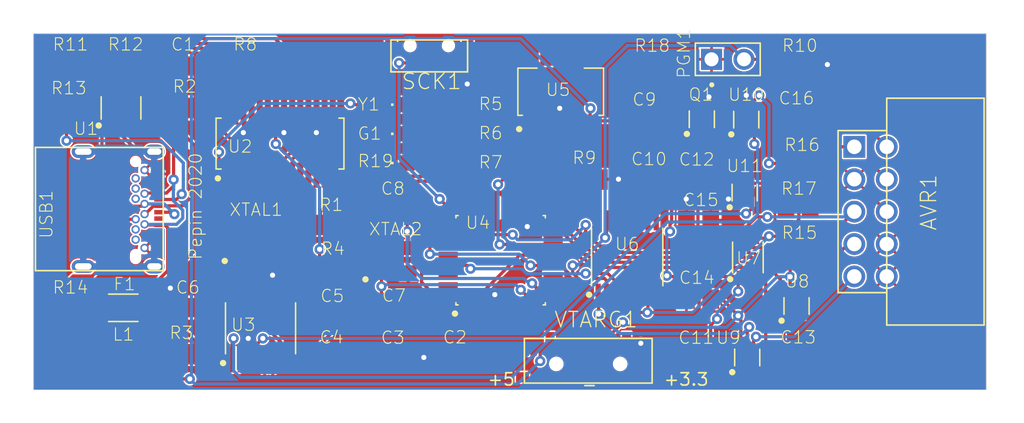
<source format=kicad_pcb>
(kicad_pcb (version 20171130) (host pcbnew "(5.1.6-0-10_14)")
  (layers (0 Top signal) (31 Bottom signal) (34 B.Paste user) (35 F.Paste user) (36 B.SilkS user hide) (37 F.SilkS user) (38 B.Mask user) (39 F.Mask user hide) (44 Edge.Cuts user))
  (net 0 "")
  (net 1 +5V)
  (net 2 GND)
  (net 3 +3V3)
  (net 4 AGND)
  (net 5 "Net-(R4-Pad2)")
  (net 6 "Net-(C1-Pad1)")
  (net 7 /D+)
  (net 8 /D-)
  (net 9 "Net-(R1-Pad2)")
  (net 10 /FTDIDP)
  (net 11 /FTDIDM)
  (net 12 /ISPDP)
  (net 13 /ISPDM)
  (net 14 "Net-(U2-Pad3)")
  (net 15 "Net-(U2-Pad2)")
  (net 16 "Net-(U3-Pad14)")
  (net 17 /RXD)
  (net 18 /TXD)
  (net 19 "Net-(R5-Pad1)")
  (net 20 "Net-(F1-Pad1)")
  (net 21 "Net-(R11-Pad2)")
  (net 22 "Net-(R12-Pad2)")
  (net 23 /RESET)
  (net 24 /SLOW_SCK)
  (net 25 /ACTIVE)
  (net 26 /SCK)
  (net 27 /MISO)
  (net 28 /MOSI)
  (net 29 /RST)
  (net 30 "Net-(C8-Pad1)")
  (net 31 "Net-(C7-Pad1)")
  (net 32 /VTARGET)
  (net 33 /PGM)
  (net 34 /RXD_TARGET)
  (net 35 /TXD_TARGET)
  (net 36 /MISO_TARGET)
  (net 37 /SCK_TARGET)
  (net 38 /RST_TARGET)
  (net 39 /MOSI_TARGET)
  (net 40 "Net-(R14-Pad2)")
  (net 41 "Net-(R13-Pad2)")
  (net 42 "Net-(U6-Pad12)")
  (net 43 "Net-(R18-Pad1)")
  (net 44 "Net-(U6-Pad4)")
  (net 45 /PGM_INVERSE)
  (net 46 /BUS_PWR)
  (net 47 "Net-(R16-Pad1)")
  (net 48 "Net-(R17-Pad1)")
  (net 49 "Net-(Q1-Pad2)")
  (net 50 "Net-(G1-PadC)")
  (net 51 "Net-(G1-PadA)")
  (net 52 "Net-(R19-PadA)")
  (net 53 /VBUS)
  (net 54 "Net-(SCK1-Pad2)")
  (net 55 "Net-(U1-Pad3)")
  (net 56 "Net-(U2-Pad28)")
  (net 57 "Net-(U2-Pad25)")
  (net 58 "Net-(U2-Pad24)")
  (net 59 "Net-(U2-Pad23)")
  (net 60 "Net-(U2-Pad20)")
  (net 61 "Net-(U2-Pad13)")
  (net 62 "Net-(U2-Pad12)")
  (net 63 "Net-(U2-Pad7)")
  (net 64 "Net-(U2-Pad6)")
  (net 65 "Net-(U2-Pad5)")
  (net 66 "Net-(U2-Pad4)")
  (net 67 "Net-(U3-Pad16)")
  (net 68 "Net-(U3-Pad15)")
  (net 69 "Net-(U3-Pad2)")
  (net 70 "Net-(U4-Pad31)")
  (net 71 "Net-(U4-Pad30)")
  (net 72 "Net-(U4-Pad28)")
  (net 73 "Net-(U4-Pad27)")
  (net 74 "Net-(U4-Pad26)")
  (net 75 "Net-(U4-Pad22)")
  (net 76 "Net-(U4-Pad20)")
  (net 77 "Net-(U4-Pad19)")
  (net 78 "Net-(U4-Pad11)")
  (net 79 "Net-(U4-Pad10)")
  (net 80 "Net-(U4-Pad9)")
  (net 81 "Net-(U4-Pad2)")
  (net 82 "Net-(U4-Pad1)")
  (net 83 "Net-(U6-Pad9)")
  (net 84 "Net-(USB1-PadB2)")
  (net 85 "Net-(USB1-PadB3)")
  (net 86 "Net-(USB1-PadB8)")
  (net 87 "Net-(USB1-PadB10)")
  (net 88 "Net-(USB1-PadB11)")
  (net 89 "Net-(USB1-PadA11)")
  (net 90 "Net-(USB1-PadA2)")
  (net 91 "Net-(USB1-PadA10)")
  (net 92 "Net-(USB1-PadA3)")
  (net 93 "Net-(USB1-PadA8)")
  (module AVRProgrammer:USBC_UJ31-CH-G2-SMT-TR (layer Top) (at 121.3611 104.7946 270)
    (fp_text reference USB1 (at -1.5436 8.5851 270) (layer F.SilkS) (effects (font (size 0.9652 0.9652) (thickness 0.077216)) (justify right bottom)))
    (fp_text value USBC_FEMALEUJ31-CH-G2-SMT-TR hide)
    (pad SHD$4 thru_hole oval (at 4.5 6.26 270) (size 1 1.8) (drill oval 0.5 1.3) (layers *.Cu *.Mask) (net 4 AGND))
    (pad SHD$2 thru_hole oval (at -4.5 6.26 270) (size 1 1.8) (drill oval 0.5 1.3) (layers *.Cu *.Mask) (net 4 AGND))
    (pad B2 thru_hole circle (at 2.4 2.16 270) (size 0.65 0.65) (drill 0.4) (layers *.Cu *.Mask) (net 84 "Net-(USB1-PadB2)"))
    (pad B3 thru_hole circle (at 1.6 2.16 270) (size 0.65 0.65) (drill 0.4) (layers *.Cu *.Mask) (net 85 "Net-(USB1-PadB3)"))
    (pad B5 thru_hole circle (at 0.8 2.16 270) (size 0.65 0.65) (drill 0.4) (layers *.Cu *.Mask) (net 40 "Net-(R14-Pad2)"))
    (pad B8 thru_hole circle (at -0.8 2.16 270) (size 0.65 0.65) (drill 0.4) (layers *.Cu *.Mask) (net 86 "Net-(USB1-PadB8)"))
    (pad B10 thru_hole circle (at -1.6 2.16 270) (size 0.65 0.65) (drill 0.4) (layers *.Cu *.Mask) (net 87 "Net-(USB1-PadB10)"))
    (pad B11 thru_hole circle (at -2.4 2.16 270) (size 0.65 0.65) (drill 0.4) (layers *.Cu *.Mask) (net 88 "Net-(USB1-PadB11)"))
    (pad B1 thru_hole circle (at 3.05 1.46 270) (size 0.65 0.65) (drill 0.4) (layers *.Cu *.Mask) (net 2 GND))
    (pad B4 thru_hole circle (at 1.2 1.46 270) (size 0.65 0.65) (drill 0.4) (layers *.Cu *.Mask) (net 53 /VBUS))
    (pad B6 thru_hole circle (at 0.4 1.46 270) (size 0.65 0.65) (drill 0.4) (layers *.Cu *.Mask) (net 22 "Net-(R12-Pad2)"))
    (pad B7 thru_hole circle (at -0.4 1.46 270) (size 0.65 0.65) (drill 0.4) (layers *.Cu *.Mask) (net 21 "Net-(R11-Pad2)"))
    (pad B9 thru_hole circle (at -1.2 1.46 270) (size 0.65 0.65) (drill 0.4) (layers *.Cu *.Mask) (net 53 /VBUS))
    (pad B12 thru_hole circle (at -3.05 1.46 270) (size 0.65 0.65) (drill 0.4) (layers *.Cu *.Mask) (net 2 GND))
    (pad "" np_thru_hole oval (at 3.725 2.16 270) (size 0.95 0.65) (drill oval 0.95 0.65) (layers *.Cu *.Mask))
    (pad "" np_thru_hole circle (at -3.725 2.16 270) (size 0.65 0.65) (drill 0.65) (layers *.Cu *.Mask))
    (pad SHD$3 thru_hole oval (at 4.5 0.7) (size 1.6 1.1) (drill oval 1.1 0.5) (layers *.Cu *.Mask) (net 4 AGND))
    (pad SHD$1 thru_hole oval (at -4.5 0.7) (size 1.6 1.1) (drill oval 1.1 0.5) (layers *.Cu *.Mask) (net 4 AGND))
    (pad A1 smd rect (at -2.75 0.35 270) (size 0.35 0.7) (layers Top F.Paste F.Mask) (net 2 GND))
    (pad A12 smd rect (at 2.75 0.35 270) (size 0.35 0.7) (layers Top F.Paste F.Mask) (net 2 GND))
    (pad A11 smd rect (at 2.25 0.35 270) (size 0.35 0.7) (layers Top F.Paste F.Mask) (net 89 "Net-(USB1-PadA11)"))
    (pad A2 smd rect (at -2.25 0.35 270) (size 0.35 0.7) (layers Top F.Paste F.Mask) (net 90 "Net-(USB1-PadA2)"))
    (pad A10 smd rect (at 1.75 0.35 270) (size 0.35 0.7) (layers Top F.Paste F.Mask) (net 91 "Net-(USB1-PadA10)"))
    (pad A3 smd rect (at -1.75 0.35 270) (size 0.35 0.7) (layers Top F.Paste F.Mask) (net 92 "Net-(USB1-PadA3)"))
    (pad A9 smd rect (at 1.25 0.35 270) (size 0.35 0.7) (layers Top F.Paste F.Mask) (net 53 /VBUS))
    (pad A4 smd rect (at -1.25 0.35 270) (size 0.35 0.7) (layers Top F.Paste F.Mask) (net 53 /VBUS))
    (pad A8 smd rect (at 0.75 0.35 270) (size 0.35 0.7) (layers Top F.Paste F.Mask) (net 93 "Net-(USB1-PadA8)"))
    (pad A5 smd rect (at -0.75 0.35 270) (size 0.35 0.7) (layers Top F.Paste F.Mask) (net 41 "Net-(R13-Pad2)"))
    (pad A7 smd rect (at 0.25 0.35 270) (size 0.35 0.7) (layers Top F.Paste F.Mask) (net 21 "Net-(R11-Pad2)"))
    (pad A6 smd rect (at -0.25 0.35 270) (size 0.35 0.7) (layers Top F.Paste F.Mask) (net 22 "Net-(R12-Pad2)"))
  )
  (module AVRProgrammer:10PIN_ISP_RT (layer Top) (at 176.7331 104.9986 270)
    (fp_text reference AVR1 (at 1.5544 -5.2579 90) (layer F.SilkS) (effects (font (size 1.2065 1.2065) (thickness 0.09652)) (justify left bottom)))
    (fp_text value 10PIN_ISP10PIN_ISP_RT hide)
    (pad 10 thru_hole circle (at 5.08 -1.27 270) (size 1.71 1.71) (drill 1.14) (layers *.Cu *.Mask) (net 2 GND))
    (pad 8 thru_hole circle (at 2.54 -1.27 270) (size 1.71 1.71) (drill 1.14) (layers *.Cu *.Mask) (net 2 GND))
    (pad 6 thru_hole circle (at 0 -1.27 270) (size 1.71 1.71) (drill 1.14) (layers *.Cu *.Mask) (net 34 /RXD_TARGET))
    (pad 4 thru_hole circle (at -2.54 -1.27 270) (size 1.71 1.71) (drill 1.14) (layers *.Cu *.Mask) (net 35 /TXD_TARGET))
    (pad 2 thru_hole circle (at -5.08 -1.27 270) (size 1.71 1.71) (drill 1.14) (layers *.Cu *.Mask) (net 32 /VTARGET))
    (pad 9 thru_hole circle (at 5.08 1.27 270) (size 1.71 1.71) (drill 1.14) (layers *.Cu *.Mask) (net 36 /MISO_TARGET))
    (pad 7 thru_hole circle (at 2.54 1.27 270) (size 1.71 1.71) (drill 1.14) (layers *.Cu *.Mask) (net 37 /SCK_TARGET))
    (pad 5 thru_hole circle (at 0 1.27 270) (size 1.71 1.71) (drill 1.14) (layers *.Cu *.Mask) (net 38 /RST_TARGET))
    (pad 3 thru_hole circle (at -2.54 1.27 270) (size 1.71 1.71) (drill 1.14) (layers *.Cu *.Mask) (net 2 GND))
    (pad 1 thru_hole rect (at -5.08 1.27 270) (size 1.71 1.71) (drill 1.14) (layers *.Cu *.Mask) (net 39 /MOSI_TARGET))
  )
  (module AVRProgrammer:C0805 (layer Top) (at 122.8851 93.5866)
    (fp_text reference C1 (at -0.9651 -1.1306) (layer F.SilkS) (effects (font (size 0.9652 0.9652) (thickness 0.077216)) (justify left bottom)))
    (fp_text value .1uf)
    (pad 2 smd rect (at 0.95 0) (size 1.3 1.5) (layers Top F.Paste F.Mask) (net 2 GND))
    (pad 1 smd rect (at -0.95 0) (size 1.3 1.5) (layers Top F.Paste F.Mask) (net 6 "Net-(C1-Pad1)"))
  )
  (module AVRProgrammer:C0805 (layer Top) (at 139.3951 104.7446 180)
    (fp_text reference C8 (at -0.9399 0.9856) (layer F.SilkS) (effects (font (size 0.9652 0.9652) (thickness 0.077216)) (justify right bottom)))
    (fp_text value 18pf)
    (pad 2 smd rect (at 0.95 0 180) (size 1.3 1.5) (layers Top F.Paste F.Mask) (net 2 GND))
    (pad 1 smd rect (at -0.95 0 180) (size 1.3 1.5) (layers Top F.Paste F.Mask) (net 30 "Net-(C8-Pad1)"))
  )
  (module AVRProgrammer:C0805 (layer Top) (at 159.2071 97.8866)
    (fp_text reference C9 (at 0.8129 -1.1126) (layer F.SilkS) (effects (font (size 0.9652 0.9652) (thickness 0.077216)) (justify right bottom)))
    (fp_text value 1uf)
    (pad 2 smd rect (at 0.95 0) (size 1.3 1.5) (layers Top F.Paste F.Mask) (net 2 GND))
    (pad 1 smd rect (at -0.95 0) (size 1.3 1.5) (layers Top F.Paste F.Mask) (net 1 +5V))
  )
  (module AVRProgrammer:C0805 (layer Top) (at 159.2071 102.4586)
    (fp_text reference C10 (at -1.27 -1.016) (layer F.SilkS) (effects (font (size 0.9652 0.9652) (thickness 0.077216)) (justify left bottom)))
    (fp_text value 1uf)
    (pad 2 smd rect (at 0.95 0) (size 1.3 1.5) (layers Top F.Paste F.Mask) (net 2 GND))
    (pad 1 smd rect (at -0.95 0) (size 1.3 1.5) (layers Top F.Paste F.Mask) (net 3 +3V3))
  )
  (module AVRProgrammer:C0805 (layer Top) (at 139.3951 116.4286)
    (fp_text reference C3 (at 0.9399 -0.9856) (layer F.SilkS) (effects (font (size 0.9652 0.9652) (thickness 0.077216)) (justify right bottom)))
    (fp_text value .1uf)
    (pad 2 smd rect (at 0.95 0) (size 1.3 1.5) (layers Top F.Paste F.Mask) (net 3 +3V3))
    (pad 1 smd rect (at -0.95 0) (size 1.3 1.5) (layers Top F.Paste F.Mask) (net 2 GND))
  )
  (module AVRProgrammer:C0805 (layer Top) (at 144.2211 116.4286)
    (fp_text reference C2 (at -1.016 -1.016) (layer F.SilkS) (effects (font (size 0.9652 0.9652) (thickness 0.077216)) (justify left bottom)))
    (fp_text value 4.7uf)
    (pad 2 smd rect (at 0.95 0) (size 1.3 1.5) (layers Top F.Paste F.Mask) (net 2 GND))
    (pad 1 smd rect (at -0.95 0) (size 1.3 1.5) (layers Top F.Paste F.Mask) (net 3 +3V3))
  )
  (module AVRProgrammer:C0805 (layer Top) (at 134.5691 116.4286)
    (fp_text reference C4 (at -1.016 -1.016) (layer F.SilkS) (effects (font (size 0.9652 0.9652) (thickness 0.077216)) (justify left bottom)))
    (fp_text value 47pf)
    (pad 2 smd rect (at 0.95 0) (size 1.3 1.5) (layers Top F.Paste F.Mask) (net 2 GND))
    (pad 1 smd rect (at -0.95 0) (size 1.3 1.5) (layers Top F.Paste F.Mask) (net 10 /FTDIDP))
  )
  (module AVRProgrammer:C0805 (layer Top) (at 134.62 113.157)
    (fp_text reference C5 (at -1.016 -0.9856) (layer F.SilkS) (effects (font (size 0.9652 0.9652) (thickness 0.077216)) (justify left bottom)))
    (fp_text value 47pf)
    (pad 2 smd rect (at 0.95 0) (size 1.3 1.5) (layers Top F.Paste F.Mask) (net 2 GND))
    (pad 1 smd rect (at -0.95 0) (size 1.3 1.5) (layers Top F.Paste F.Mask) (net 11 /FTDIDM))
  )
  (module AVRProgrammer:C0805 (layer Top) (at 122.936 112.522 180)
    (fp_text reference C6 (at 0.635 1.016) (layer F.SilkS) (effects (font (size 0.9652 0.9652) (thickness 0.077216)) (justify left bottom)))
    (fp_text value .1uf)
    (pad 2 smd rect (at 0.95 0 180) (size 1.3 1.5) (layers Top F.Paste F.Mask) (net 3 +3V3))
    (pad 1 smd rect (at -0.95 0 180) (size 1.3 1.5) (layers Top F.Paste F.Mask) (net 2 GND))
  )
  (module AVRProgrammer:C0805 (layer Top) (at 139.3951 113.1266)
    (fp_text reference C7 (at -0.9651 -0.9856) (layer F.SilkS) (effects (font (size 0.9652 0.9652) (thickness 0.077216)) (justify left bottom)))
    (fp_text value 18pf)
    (pad 2 smd rect (at 0.95 0) (size 1.3 1.5) (layers Top F.Paste F.Mask) (net 2 GND))
    (pad 1 smd rect (at -0.95 0) (size 1.3 1.5) (layers Top F.Paste F.Mask) (net 31 "Net-(C7-Pad1)"))
  )
  (module AVRProgrammer:CHIPLED_0805 (layer Top) (at 139.3951 98.9026 90)
    (fp_text reference G1 (at -0.5384 -2.8701) (layer F.SilkS) (effects (font (size 0.9652 0.9652) (thickness 0.077216)) (justify left bottom)))
    (fp_text value SM0805GCL)
    (pad A smd rect (at 0 1.05 90) (size 1.2 1.2) (layers Top F.Paste F.Mask) (net 51 "Net-(G1-PadA)"))
    (pad C smd rect (at 0 -1.05 90) (size 1.2 1.2) (layers Top F.Paste F.Mask) (net 50 "Net-(G1-PadC)"))
  )
  (module AVRProgrammer:M0805 (layer Top) (at 134.62 106.045 180)
    (fp_text reference R1 (at -0.889 1.016) (layer F.SilkS) (effects (font (size 0.9652 0.9652) (thickness 0.077216)) (justify right bottom)))
    (fp_text value "2.7k 1%")
    (pad 2 smd rect (at 0.95 0 180) (size 1.3 1.6) (layers Top F.Paste F.Mask) (net 9 "Net-(R1-Pad2)"))
    (pad 1 smd rect (at -0.95 0 180) (size 1.3 1.6) (layers Top F.Paste F.Mask) (net 2 GND))
  )
  (module AVRProgrammer:M0805 (layer Top) (at 134.62 109.474 180)
    (fp_text reference R4 (at 0.9651 1.0036) (layer F.SilkS) (effects (font (size 0.9652 0.9652) (thickness 0.077216)) (justify left bottom)))
    (fp_text value 10k)
    (pad 2 smd rect (at 0.95 0 180) (size 1.3 1.6) (layers Top F.Paste F.Mask) (net 5 "Net-(R4-Pad2)"))
    (pad 1 smd rect (at -0.95 0 180) (size 1.3 1.6) (layers Top F.Paste F.Mask) (net 2 GND))
  )
  (module AVRProgrammer:M0805 (layer Top) (at 127.762 93.599)
    (fp_text reference R8 (at 1.016 -1.143) (layer F.SilkS) (effects (font (size 0.9652 0.9652) (thickness 0.077216)) (justify right bottom)))
    (fp_text value 1.5k)
    (pad 2 smd rect (at 0.95 0) (size 1.3 1.6) (layers Top F.Paste F.Mask) (net 3 +3V3))
    (pad 1 smd rect (at -0.95 0) (size 1.3 1.6) (layers Top F.Paste F.Mask) (net 13 /ISPDM))
  )
  (module AVRProgrammer:M0805 (layer Top) (at 122.8851 96.8706 180)
    (fp_text reference R2 (at 0.8381 1.1126) (layer F.SilkS) (effects (font (size 0.9652 0.9652) (thickness 0.077216)) (justify left bottom)))
    (fp_text value 100k)
    (pad 2 smd rect (at 0.95 0 180) (size 1.3 1.6) (layers Top F.Paste F.Mask) (net 6 "Net-(C1-Pad1)"))
    (pad 1 smd rect (at -0.95 0 180) (size 1.3 1.6) (layers Top F.Paste F.Mask) (net 2 GND))
  )
  (module AVRProgrammer:M0805 (layer Top) (at 122.8851 116.1746)
    (fp_text reference R3 (at -1.0921 -1.1126) (layer F.SilkS) (effects (font (size 0.9652 0.9652) (thickness 0.077216)) (justify left bottom)))
    (fp_text value 10k)
    (pad 2 smd rect (at 0.95 0) (size 1.3 1.6) (layers Top F.Paste F.Mask) (net 6 "Net-(C1-Pad1)"))
    (pad 1 smd rect (at -0.95 0) (size 1.3 1.6) (layers Top F.Paste F.Mask) (net 1 +5V))
  )
  (module AVRProgrammer:M0805 (layer Top) (at 144.2211 96.6166)
    (fp_text reference R5 (at 1.778 0.508) (layer F.SilkS) (effects (font (size 0.9652 0.9652) (thickness 0.077216)) (justify left bottom)))
    (fp_text value 1k)
    (pad 2 smd rect (at 0.95 0) (size 1.3 1.6) (layers Top F.Paste F.Mask) (net 3 +3V3))
    (pad 1 smd rect (at -0.95 0) (size 1.3 1.6) (layers Top F.Paste F.Mask) (net 19 "Net-(R5-Pad1)"))
  )
  (module AVRProgrammer:M0805 (layer Top) (at 118.2191 116.2546 180)
    (fp_text reference L1 (at 0.8711 1.0656) (layer F.SilkS) (effects (font (size 0.9652 0.9652) (thickness 0.077216)) (justify left bottom)))
    (fp_text value 600Bead)
    (pad 2 smd rect (at 0.95 0 180) (size 1.3 1.6) (layers Top F.Paste F.Mask) (net 20 "Net-(F1-Pad1)"))
    (pad 1 smd rect (at -0.95 0 180) (size 1.3 1.6) (layers Top F.Paste F.Mask) (net 1 +5V))
  )
  (module AVRProgrammer:M0805 (layer Top) (at 113.792 93.5686 180)
    (fp_text reference R11 (at 1.143 1.1126) (layer F.SilkS) (effects (font (size 0.9652 0.9652) (thickness 0.077216)) (justify left bottom)))
    (fp_text value 27)
    (pad 2 smd rect (at 0.95 0 180) (size 1.3 1.6) (layers Top F.Paste F.Mask) (net 21 "Net-(R11-Pad2)"))
    (pad 1 smd rect (at -0.95 0 180) (size 1.3 1.6) (layers Top F.Paste F.Mask) (net 8 /D-))
  )
  (module AVRProgrammer:M0805 (layer Top) (at 118.3131 93.5866 180)
    (fp_text reference R12 (at 1.3461 1.1306) (layer F.SilkS) (effects (font (size 0.9652 0.9652) (thickness 0.077216)) (justify left bottom)))
    (fp_text value 27)
    (pad 2 smd rect (at 0.95 0 180) (size 1.3 1.6) (layers Top F.Paste F.Mask) (net 22 "Net-(R12-Pad2)"))
    (pad 1 smd rect (at -0.95 0 180) (size 1.3 1.6) (layers Top F.Paste F.Mask) (net 7 /D+))
  )
  (module AVRProgrammer:M0805 (layer Top) (at 144.2211 98.9026 180)
    (fp_text reference R6 (at -1.778 -0.508) (layer F.SilkS) (effects (font (size 0.9652 0.9652) (thickness 0.077216)) (justify left bottom)))
    (fp_text value 1k)
    (pad 2 smd rect (at 0.95 0 180) (size 1.3 1.6) (layers Top F.Paste F.Mask) (net 51 "Net-(G1-PadA)"))
    (pad 1 smd rect (at -0.95 0 180) (size 1.3 1.6) (layers Top F.Paste F.Mask) (net 3 +3V3))
  )
  (module AVRProgrammer:M0805 (layer Top) (at 144.2211 101.1886 180)
    (fp_text reference R7 (at -1.778 -0.508) (layer F.SilkS) (effects (font (size 0.9652 0.9652) (thickness 0.077216)) (justify left bottom)))
    (fp_text value 1k)
    (pad 2 smd rect (at 0.95 0 180) (size 1.3 1.6) (layers Top F.Paste F.Mask) (net 52 "Net-(R19-PadA)"))
    (pad 1 smd rect (at -0.95 0 180) (size 1.3 1.6) (layers Top F.Paste F.Mask) (net 3 +3V3))
  )
  (module AVRProgrammer:CHIPLED_0805 (layer Top) (at 139.3951 101.1886 90)
    (fp_text reference R19 (at -0.4114 -2.8701) (layer F.SilkS) (effects (font (size 0.9652 0.9652) (thickness 0.077216)) (justify left bottom)))
    (fp_text value SM0805HCL)
    (pad A smd rect (at 0 1.05 90) (size 1.2 1.2) (layers Top F.Paste F.Mask) (net 52 "Net-(R19-PadA)"))
    (pad C smd rect (at 0 -1.05 90) (size 1.2 1.2) (layers Top F.Paste F.Mask) (net 25 /ACTIVE))
  )
  (module AVRProgrammer:SSAJ110100 (layer Top) (at 142.1891 92.0446 180)
    (fp_text reference SCK1 (at 2.2351 -3.4594) (layer F.SilkS) (effects (font (size 1.2065 1.2065) (thickness 0.09652)) (justify left bottom)))
    (fp_text value SPDT_SWITCH hide)
    (pad "" np_thru_hole circle (at 1.5 0.055 180) (size 0.8 0.8) (drill 0.8) (layers *.Cu *.Mask))
    (pad "" np_thru_hole circle (at -1.5 0.055 180) (size 0.8 0.8) (drill 0.8) (layers *.Cu *.Mask))
    (pad NC2 smd rect (at 3 0.13 180) (size 0.9 0.7) (layers Top F.Paste F.Mask))
    (pad NC1 smd rect (at -3 0.13 180) (size 0.9 0.7) (layers Top F.Paste F.Mask))
    (pad 2 smd rect (at -1 -1.27 180) (size 0.6 0.6) (layers Top F.Paste F.Mask) (net 54 "Net-(SCK1-Pad2)"))
    (pad 1 smd rect (at 1 -1.27 180) (size 0.6 0.6) (layers Top F.Paste F.Mask) (net 24 /SLOW_SCK))
    (pad C smd rect (at 0 -1.27 180) (size 0.6 0.6) (layers Top F.Paste F.Mask) (net 2 GND))
  )
  (module AVRProgrammer:61300211121 (layer Top) (at 165.5571 93.0606)
    (fp_text reference PGM1 (at -2.8701 1.5544 90) (layer F.SilkS) (effects (font (size 0.9652 0.9652) (thickness 0.077216)) (justify left bottom)))
    (fp_text value 61300211121)
    (pad 2 thru_hole circle (at 1.27 0) (size 1.65 1.65) (drill 1.1) (layers *.Cu *.Mask) (net 33 /PGM))
    (pad 1 thru_hole rect (at -1.27 0) (size 1.65 1.65) (drill 1.1) (layers *.Cu *.Mask) (net 2 GND))
  )
  (module AVRProgrammer:SOP63P599X173-28 (layer Top) (at 130.5051 99.6646 90)
    (fp_text reference U2 (at -0.7924 -3.1241) (layer F.SilkS) (effects (font (size 0.9652 0.9652) (thickness 0.077216)) (justify bottom)))
    (fp_text value XR22404SSOP28)
    (pad 28 smd rect (at 2.4733 -4.1275 90) (size 1.9683 0.4615) (layers Top F.Paste F.Mask) (net 56 "Net-(U2-Pad28)"))
    (pad 27 smd rect (at 2.4733 -3.4925 90) (size 1.9683 0.4615) (layers Top F.Paste F.Mask) (net 3 +3V3))
    (pad 26 smd rect (at 2.4733 -2.8575 90) (size 1.9683 0.4615) (layers Top F.Paste F.Mask) (net 3 +3V3))
    (pad 25 smd rect (at 2.4733 -2.2225 90) (size 1.9683 0.4615) (layers Top F.Paste F.Mask) (net 57 "Net-(U2-Pad25)"))
    (pad 24 smd rect (at 2.4733 -1.5875 90) (size 1.9683 0.4615) (layers Top F.Paste F.Mask) (net 58 "Net-(U2-Pad24)"))
    (pad 23 smd rect (at 2.4733 -0.9525 90) (size 1.9683 0.4615) (layers Top F.Paste F.Mask) (net 59 "Net-(U2-Pad23)"))
    (pad 22 smd rect (at 2.4733 -0.3175 90) (size 1.9683 0.4615) (layers Top F.Paste F.Mask) (net 5 "Net-(R4-Pad2)"))
    (pad 21 smd rect (at 2.4733 0.3175 90) (size 1.9683 0.4615) (layers Top F.Paste F.Mask) (net 3 +3V3))
    (pad 20 smd rect (at 2.4733 0.9525 90) (size 1.9683 0.4615) (layers Top F.Paste F.Mask) (net 60 "Net-(U2-Pad20)"))
    (pad 19 smd rect (at 2.4733 1.5875 90) (size 1.9683 0.4615) (layers Top F.Paste F.Mask) (net 2 GND))
    (pad 18 smd rect (at 2.4733 2.2225 90) (size 1.9683 0.4615) (layers Top F.Paste F.Mask) (net 6 "Net-(C1-Pad1)"))
    (pad 17 smd rect (at 2.4733 2.8575 90) (size 1.9683 0.4615) (layers Top F.Paste F.Mask) (net 3 +3V3))
    (pad 16 smd rect (at 2.4733 3.4925 90) (size 1.9683 0.4615) (layers Top F.Paste F.Mask) (net 7 /D+))
    (pad 15 smd rect (at 2.4733 4.1275 90) (size 1.9683 0.4615) (layers Top F.Paste F.Mask) (net 8 /D-))
    (pad 14 smd rect (at -2.4733 4.1275 90) (size 1.9683 0.4615) (layers Top F.Paste F.Mask) (net 9 "Net-(R1-Pad2)"))
    (pad 13 smd rect (at -2.4733 3.4925 90) (size 1.9683 0.4615) (layers Top F.Paste F.Mask) (net 61 "Net-(U2-Pad13)"))
    (pad 12 smd rect (at -2.4733 2.8575 90) (size 1.9683 0.4615) (layers Top F.Paste F.Mask) (net 62 "Net-(U2-Pad12)"))
    (pad 11 smd rect (at -2.4733 2.2225 90) (size 1.9683 0.4615) (layers Top F.Paste F.Mask) (net 10 /FTDIDP))
    (pad 10 smd rect (at -2.4733 1.5875 90) (size 1.9683 0.4615) (layers Top F.Paste F.Mask) (net 11 /FTDIDM))
    (pad 9 smd rect (at -2.4733 0.9525 90) (size 1.9683 0.4615) (layers Top F.Paste F.Mask) (net 12 /ISPDP))
    (pad 8 smd rect (at -2.4733 0.3175 90) (size 1.9683 0.4615) (layers Top F.Paste F.Mask) (net 13 /ISPDM))
    (pad 7 smd rect (at -2.4733 -0.3175 90) (size 1.9683 0.4615) (layers Top F.Paste F.Mask) (net 63 "Net-(U2-Pad7)"))
    (pad 6 smd rect (at -2.4733 -0.9525 90) (size 1.9683 0.4615) (layers Top F.Paste F.Mask) (net 64 "Net-(U2-Pad6)"))
    (pad 5 smd rect (at -2.4733 -1.5875 90) (size 1.9683 0.4615) (layers Top F.Paste F.Mask) (net 65 "Net-(U2-Pad5)"))
    (pad 4 smd rect (at -2.4733 -2.2225 90) (size 1.9683 0.4615) (layers Top F.Paste F.Mask) (net 66 "Net-(U2-Pad4)"))
    (pad 3 smd rect (at -2.4733 -2.8575 90) (size 1.9683 0.4615) (layers Top F.Paste F.Mask) (net 14 "Net-(U2-Pad3)"))
    (pad 2 smd rect (at -2.4733 -3.4925 90) (size 1.9683 0.4615) (layers Top F.Paste F.Mask) (net 15 "Net-(U2-Pad2)"))
    (pad 1 smd rect (at -2.4733 -4.1275 90) (size 1.9683 0.4615) (layers Top F.Paste F.Mask) (net 2 GND))
  )
  (module AVRProgrammer:SOP63P599X175-16 (layer Top) (at 128.9811 114.1426 90)
    (fp_text reference U3 (at -0.2844 -1.3461) (layer F.SilkS) (effects (font (size 0.9652 0.9652) (thickness 0.077216)) (justify bottom)))
    (fp_text value FT230XSSOP16)
    (pad 16 smd rect (at 2.4706 -2.2225 90) (size 1.9716 0.4143) (layers Top F.Paste F.Mask) (net 67 "Net-(U3-Pad16)"))
    (pad 15 smd rect (at 2.4706 -1.5875 90) (size 1.9716 0.4143) (layers Top F.Paste F.Mask) (net 68 "Net-(U3-Pad15)"))
    (pad 14 smd rect (at 2.4706 -0.9525 90) (size 1.9716 0.4143) (layers Top F.Paste F.Mask) (net 16 "Net-(U3-Pad14)"))
    (pad 13 smd rect (at 2.4706 -0.3175 90) (size 1.9716 0.4143) (layers Top F.Paste F.Mask) (net 2 GND))
    (pad 12 smd rect (at 2.4706 0.3175 90) (size 1.9716 0.4143) (layers Top F.Paste F.Mask) (net 3 +3V3))
    (pad 11 smd rect (at 2.4706 0.9525 90) (size 1.9716 0.4143) (layers Top F.Paste F.Mask) (net 3 +3V3))
    (pad 10 smd rect (at 2.4706 1.5875 90) (size 1.9716 0.4143) (layers Top F.Paste F.Mask) (net 3 +3V3))
    (pad 9 smd rect (at 2.4706 2.2225 90) (size 1.9716 0.4143) (layers Top F.Paste F.Mask) (net 11 /FTDIDM))
    (pad 8 smd rect (at -2.4706 2.2225 90) (size 1.9716 0.4143) (layers Top F.Paste F.Mask) (net 10 /FTDIDP))
    (pad 7 smd rect (at -2.4706 1.5875 90) (size 1.9716 0.4143) (layers Top F.Paste F.Mask) (net 16 "Net-(U3-Pad14)"))
    (pad 6 smd rect (at -2.4706 0.9525 90) (size 1.9716 0.4143) (layers Top F.Paste F.Mask) (net 2 GND))
    (pad 5 smd rect (at -2.4706 0.3175 90) (size 1.9716 0.4143) (layers Top F.Paste F.Mask) (net 2 GND))
    (pad 4 smd rect (at -2.4706 -0.3175 90) (size 1.9716 0.4143) (layers Top F.Paste F.Mask) (net 17 /RXD))
    (pad 3 smd rect (at -2.4706 -0.9525 90) (size 1.9716 0.4143) (layers Top F.Paste F.Mask) (net 3 +3V3))
    (pad 2 smd rect (at -2.4706 -1.5875 90) (size 1.9716 0.4143) (layers Top F.Paste F.Mask) (net 69 "Net-(U3-Pad2)"))
    (pad 1 smd rect (at -2.4706 -2.2225 90) (size 1.9716 0.4143) (layers Top F.Paste F.Mask) (net 18 /TXD))
  )
  (module AVRProgrammer:QFP80P887X887X120-32 (layer Top) (at 147.7771 108.8086 90)
    (fp_text reference U4 (at 2.3771 -1.778) (layer F.SilkS) (effects (font (size 0.9652 0.9652) (thickness 0.077216)) (justify bottom)))
    (fp_text value "ATmega88P-20AU A32")
    (pad 32 smd rect (at -2.8 -4.11 180) (size 1.5038 0.5471) (layers Top F.Paste F.Mask) (net 12 /ISPDP))
    (pad 31 smd rect (at -2 -4.11 180) (size 1.5038 0.5471) (layers Top F.Paste F.Mask) (net 70 "Net-(U4-Pad31)"))
    (pad 30 smd rect (at -1.2 -4.11 180) (size 1.5038 0.5471) (layers Top F.Paste F.Mask) (net 71 "Net-(U4-Pad30)"))
    (pad 29 smd rect (at -0.4 -4.11 180) (size 1.5038 0.5471) (layers Top F.Paste F.Mask) (net 23 /RESET))
    (pad 28 smd rect (at 0.4 -4.11 180) (size 1.5038 0.5471) (layers Top F.Paste F.Mask) (net 72 "Net-(U4-Pad28)"))
    (pad 27 smd rect (at 1.2 -4.11 180) (size 1.5038 0.5471) (layers Top F.Paste F.Mask) (net 73 "Net-(U4-Pad27)"))
    (pad 26 smd rect (at 2 -4.11 180) (size 1.5038 0.5471) (layers Top F.Paste F.Mask) (net 74 "Net-(U4-Pad26)"))
    (pad 25 smd rect (at 2.8 -4.11 180) (size 1.5038 0.5471) (layers Top F.Paste F.Mask) (net 24 /SLOW_SCK))
    (pad 24 smd rect (at 4.11 -2.8 90) (size 1.5038 0.5471) (layers Top F.Paste F.Mask) (net 25 /ACTIVE))
    (pad 23 smd rect (at 4.11 -2 90) (size 1.5038 0.5471) (layers Top F.Paste F.Mask) (net 50 "Net-(G1-PadC)"))
    (pad 22 smd rect (at 4.11 -1.2 90) (size 1.5038 0.5471) (layers Top F.Paste F.Mask) (net 75 "Net-(U4-Pad22)"))
    (pad 21 smd rect (at 4.11 -0.4 90) (size 1.5038 0.5471) (layers Top F.Paste F.Mask) (net 2 GND))
    (pad 20 smd rect (at 4.11 0.4 90) (size 1.5038 0.5471) (layers Top F.Paste F.Mask) (net 76 "Net-(U4-Pad20)"))
    (pad 19 smd rect (at 4.11 1.2 90) (size 1.5038 0.5471) (layers Top F.Paste F.Mask) (net 77 "Net-(U4-Pad19)"))
    (pad 18 smd rect (at 4.11 2 90) (size 1.5038 0.5471) (layers Top F.Paste F.Mask) (net 3 +3V3))
    (pad 17 smd rect (at 4.11 2.8 90) (size 1.5038 0.5471) (layers Top F.Paste F.Mask) (net 26 /SCK))
    (pad 16 smd rect (at 2.8 4.11 180) (size 1.5038 0.5471) (layers Top F.Paste F.Mask) (net 27 /MISO))
    (pad 15 smd rect (at 2 4.11 180) (size 1.5038 0.5471) (layers Top F.Paste F.Mask) (net 28 /MOSI))
    (pad 14 smd rect (at 1.2 4.11 180) (size 1.5038 0.5471) (layers Top F.Paste F.Mask) (net 29 /RST))
    (pad 13 smd rect (at 0.4 4.11 180) (size 1.5038 0.5471) (layers Top F.Paste F.Mask) (net 12 /ISPDP))
    (pad 12 smd rect (at -0.4 4.11 180) (size 1.5038 0.5471) (layers Top F.Paste F.Mask) (net 13 /ISPDM))
    (pad 11 smd rect (at -1.2 4.11 180) (size 1.5038 0.5471) (layers Top F.Paste F.Mask) (net 78 "Net-(U4-Pad11)"))
    (pad 10 smd rect (at -2 4.11 180) (size 1.5038 0.5471) (layers Top F.Paste F.Mask) (net 79 "Net-(U4-Pad10)"))
    (pad 9 smd rect (at -2.8 4.11 180) (size 1.5038 0.5471) (layers Top F.Paste F.Mask) (net 80 "Net-(U4-Pad9)"))
    (pad 8 smd rect (at -4.11 2.8 90) (size 1.5038 0.5471) (layers Top F.Paste F.Mask) (net 30 "Net-(C8-Pad1)"))
    (pad 7 smd rect (at -4.11 2 90) (size 1.5038 0.5471) (layers Top F.Paste F.Mask) (net 31 "Net-(C7-Pad1)"))
    (pad 6 smd rect (at -4.11 1.2 90) (size 1.5038 0.5471) (layers Top F.Paste F.Mask) (net 3 +3V3))
    (pad 5 smd rect (at -4.11 0.4 90) (size 1.5038 0.5471) (layers Top F.Paste F.Mask) (net 2 GND))
    (pad 4 smd rect (at -4.11 -0.4 90) (size 1.5038 0.5471) (layers Top F.Paste F.Mask) (net 3 +3V3))
    (pad 3 smd rect (at -4.11 -1.2 90) (size 1.5038 0.5471) (layers Top F.Paste F.Mask) (net 2 GND))
    (pad 2 smd rect (at -4.11 -2 90) (size 1.5038 0.5471) (layers Top F.Paste F.Mask) (net 81 "Net-(U4-Pad2)"))
    (pad 1 smd rect (at -4.11 -2.8 90) (size 1.5038 0.5471) (layers Top F.Paste F.Mask) (net 82 "Net-(U4-Pad1)"))
  )
  (module AVRProgrammer:SOT230P700X180-4 (layer Top) (at 152.4761 95.6006 90)
    (fp_text reference U5 (at -0.4114 -0.2031) (layer F.SilkS) (effects (font (size 0.9652 0.9652) (thickness 0.077216)) (justify bottom)))
    (fp_text value AZ1117E-3.3SOT-223)
    (pad 4 smd rect (at 3.0226 0 90) (size 1.9651 3.1891) (layers Top F.Paste F.Mask))
    (pad 3 smd rect (at -3.0226 2.3 90) (size 1.9651 0.8891) (layers Top F.Paste F.Mask) (net 1 +5V))
    (pad 2 smd rect (at -3.0226 0 90) (size 1.9651 0.8891) (layers Top F.Paste F.Mask) (net 3 +3V3))
    (pad 1 smd rect (at -3.0226 -2.3 90) (size 1.9651 0.8891) (layers Top F.Paste F.Mask) (net 2 GND))
  )
  (module AVRProgrammer:EG1315AA (layer Top) (at 154.6351 116.9366)
    (fp_text reference VTARG1 (at -2.73 -2.7636) (layer F.SilkS) (effects (font (size 1.2065 1.2065) (thickness 0.09652)) (justify left bottom)))
    (fp_text value SP3T_SWITCH hide)
    (pad NC4 smd rect (at 5.15 1.05) (size 1 0.8) (layers Top F.Paste F.Mask))
    (pad NC2 smd rect (at 5.15 -1.05) (size 1 0.8) (layers Top F.Paste F.Mask))
    (pad NC3 smd rect (at -5.15 1.05) (size 1 0.8) (layers Top F.Paste F.Mask))
    (pad NC1 smd rect (at -5.15 -1.05) (size 1 0.8) (layers Top F.Paste F.Mask))
    (pad "" np_thru_hole circle (at -2.5 0) (size 0.9 0.9) (drill 0.9) (layers *.Cu *.Mask))
    (pad "" np_thru_hole circle (at 2.5 0) (size 0.9 0.9) (drill 0.9) (layers *.Cu *.Mask))
    (pad 4 smd rect (at 3 -1.75) (size 0.7 1.5) (layers Top F.Paste F.Mask) (net 3 +3V3))
    (pad 3 smd rect (at 1.5 -1.75) (size 0.7 1.5) (layers Top F.Paste F.Mask) (net 32 /VTARGET))
    (pad 2 smd rect (at -1.5 -1.75) (size 0.7 1.5) (layers Top F.Paste F.Mask) (net 32 /VTARGET))
    (pad 1 smd rect (at -3 -1.75) (size 0.7 1.5) (layers Top F.Paste F.Mask) (net 1 +5V))
  )
  (module AVRProgrammer:XTAL_SMT_3.2X2.5 (layer Top) (at 128.3791 107.3646)
    (fp_text reference XTAL1 (at -1.8871 -1.9546) (layer F.SilkS) (effects (font (size 0.9652 0.9652) (thickness 0.077216)) (justify left bottom)))
    (fp_text value XTAL_ABM8AIG hide)
    (pad 2 smd rect (at 1.15 0.95) (size 1.3 1.1) (layers Top F.Paste F.Mask) (net 2 GND))
    (pad 1 smd rect (at -1.15 0.95) (size 1.3 1.1) (layers Top F.Paste F.Mask) (net 15 "Net-(U2-Pad2)"))
    (pad 3 smd rect (at 1.15 -0.95) (size 1.3 1.1) (layers Top F.Paste F.Mask) (net 14 "Net-(U2-Pad3)"))
    (pad 4 smd rect (at -1.15 -0.95) (size 1.3 1.1) (layers Top F.Paste F.Mask) (net 2 GND))
  )
  (module AVRProgrammer:XTAL_SMT_3.2X2.5 (layer Top) (at 139.3951 108.8086)
    (fp_text reference XTAL2 (at -1.9811 -1.8746) (layer F.SilkS) (effects (font (size 0.9652 0.9652) (thickness 0.077216)) (justify left bottom)))
    (fp_text value XTAL_ABM8AIG hide)
    (pad 2 smd rect (at 1.15 0.95) (size 1.3 1.1) (layers Top F.Paste F.Mask) (net 2 GND))
    (pad 1 smd rect (at -1.15 0.95) (size 1.3 1.1) (layers Top F.Paste F.Mask) (net 31 "Net-(C7-Pad1)"))
    (pad 3 smd rect (at 1.15 -0.95) (size 1.3 1.1) (layers Top F.Paste F.Mask) (net 30 "Net-(C8-Pad1)"))
    (pad 4 smd rect (at -1.15 -0.95) (size 1.3 1.1) (layers Top F.Paste F.Mask) (net 2 GND))
  )
  (module AVRProgrammer:CHIPLED_0805 (layer Top) (at 139.3951 96.6166 90)
    (fp_text reference Y1 (at -0.5384 -2.8701) (layer F.SilkS) (effects (font (size 0.9652 0.9652) (thickness 0.077216)) (justify left bottom)))
    (fp_text value LEDCHIPLED_0805)
    (pad A smd rect (at 0 1.05 90) (size 1.2 1.2) (layers Top F.Paste F.Mask) (net 19 "Net-(R5-Pad1)"))
    (pad C smd rect (at 0 -1.05 90) (size 1.2 1.2) (layers Top F.Paste F.Mask) (net 16 "Net-(U3-Pad14)"))
  )
  (module AVRProgrammer:FUSC2113X120N (layer Top) (at 118.2351 112.5386 180)
    (fp_text reference F1 (at -0.098 1.2951) (layer F.SilkS) (effects (font (size 0.9652 0.9652) (thickness 0.077216)) (justify bottom)))
    (fp_text value MF-PSHT035KX-2)
    (pad 2 smd rect (at 1.125 0 180) (size 0.7702 1.5202) (layers Top F.Paste F.Mask) (net 53 /VBUS))
    (pad 1 smd rect (at -1.125 0 180) (size 0.7702 1.5202) (layers Top F.Paste F.Mask) (net 20 "Net-(F1-Pad1)"))
  )
  (module AVRProgrammer:M0805 (layer Top) (at 154.559 102.489)
    (fp_text reference R9 (at 0.762 -1.143) (layer F.SilkS) (effects (font (size 0.9652 0.9652) (thickness 0.077216)) (justify right bottom)))
    (fp_text value 10k)
    (pad 2 smd rect (at 0.95 0) (size 1.3 1.6) (layers Top F.Paste F.Mask) (net 3 +3V3))
    (pad 1 smd rect (at -0.95 0) (size 1.3 1.6) (layers Top F.Paste F.Mask) (net 29 /RST))
  )
  (module AVRProgrammer:R0805 (layer Top) (at 170.8911 93.5686)
    (fp_text reference R10 (at -1.143 -1.016) (layer F.SilkS) (effects (font (size 0.9652 0.9652) (thickness 0.077216)) (justify left bottom)))
    (fp_text value 10k)
    (pad 2 smd rect (at 0.95 0) (size 1.3 1.5) (layers Top F.Paste F.Mask) (net 3 +3V3))
    (pad 1 smd rect (at -0.95 0) (size 1.3 1.5) (layers Top F.Paste F.Mask) (net 33 /PGM))
  )
  (module AVRProgrammer:SOP65P640X110-16N (layer Top) (at 157.6831 108.5546 90)
    (fp_text reference U6 (at 0.4506 0) (layer F.SilkS) (effects (font (size 0.9652 0.9652) (thickness 0.077216)) (justify bottom)))
    (fp_text value CD4572UB)
    (pad 16 smd rect (at 2.8717 -2.275 90) (size 1.5719 0.4068) (layers Top F.Paste F.Mask) (net 3 +3V3))
    (pad 15 smd rect (at 2.8717 -1.625 90) (size 1.5719 0.4068) (layers Top F.Paste F.Mask) (net 33 /PGM))
    (pad 14 smd rect (at 2.8717 -0.975 90) (size 1.5719 0.4068) (layers Top F.Paste F.Mask) (net 25 /ACTIVE))
    (pad 13 smd rect (at 2.8717 -0.325 90) (size 1.5719 0.4068) (layers Top F.Paste F.Mask) (net 42 "Net-(U6-Pad12)"))
    (pad 12 smd rect (at 2.8717 0.325 90) (size 1.5719 0.4068) (layers Top F.Paste F.Mask) (net 42 "Net-(U6-Pad12)"))
    (pad 11 smd rect (at 2.8717 0.975 90) (size 1.5719 0.4068) (layers Top F.Paste F.Mask) (net 43 "Net-(R18-Pad1)"))
    (pad 10 smd rect (at 2.8717 1.625 90) (size 1.5719 0.4068) (layers Top F.Paste F.Mask) (net 2 GND))
    (pad 9 smd rect (at 2.8717 2.275 90) (size 1.5719 0.4068) (layers Top F.Paste F.Mask) (net 83 "Net-(U6-Pad9)"))
    (pad 8 smd rect (at -2.8717 2.275 90) (size 1.5719 0.4068) (layers Top F.Paste F.Mask) (net 2 GND))
    (pad 7 smd rect (at -2.8717 1.625 90) (size 1.5719 0.4068) (layers Top F.Paste F.Mask) (net 33 /PGM))
    (pad 6 smd rect (at -2.8717 0.975 90) (size 1.5719 0.4068) (layers Top F.Paste F.Mask) (net 29 /RST))
    (pad 5 smd rect (at -2.8717 0.325 90) (size 1.5719 0.4068) (layers Top F.Paste F.Mask) (net 44 "Net-(U6-Pad4)"))
    (pad 4 smd rect (at -2.8717 -0.325 90) (size 1.5719 0.4068) (layers Top F.Paste F.Mask) (net 44 "Net-(U6-Pad4)"))
    (pad 3 smd rect (at -2.8717 -0.975 90) (size 1.5719 0.4068) (layers Top F.Paste F.Mask) (net 23 /RESET))
    (pad 2 smd rect (at -2.8717 -1.625 90) (size 1.5719 0.4068) (layers Top F.Paste F.Mask) (net 33 /PGM))
    (pad 1 smd rect (at -2.8717 -2.275 90) (size 1.5719 0.4068) (layers Top F.Paste F.Mask) (net 45 /PGM_INVERSE))
  )
  (module AVRProgrammer:SOP50P310X90-8N (layer Top) (at 167.132 108.585 90)
    (fp_text reference U7 (at -0.635 0.0509) (layer F.SilkS) (effects (font (size 0.9652 0.9652) (thickness 0.077216)) (justify bottom)))
    (fp_text value SN74LVC2T45-Q1VSSOP-8)
    (pad 8 smd rect (at 1.5032 -0.75 90) (size 0.9228 0.2675) (layers Top F.Paste F.Mask) (net 32 /VTARGET))
    (pad 7 smd rect (at 1.5032 -0.25 90) (size 0.9228 0.2675) (layers Top F.Paste F.Mask) (net 38 /RST_TARGET))
    (pad 6 smd rect (at 1.5032 0.25 90) (size 0.9228 0.2675) (layers Top F.Paste F.Mask) (net 39 /MOSI_TARGET))
    (pad 5 smd rect (at 1.5032 0.75 90) (size 0.9228 0.2675) (layers Top F.Paste F.Mask) (net 33 /PGM))
    (pad 4 smd rect (at -1.5032 0.75 90) (size 0.9228 0.2675) (layers Top F.Paste F.Mask) (net 2 GND))
    (pad 3 smd rect (at -1.5032 0.25 90) (size 0.9228 0.2675) (layers Top F.Paste F.Mask) (net 28 /MOSI))
    (pad 2 smd rect (at -1.5032 -0.25 90) (size 0.9228 0.2675) (layers Top F.Paste F.Mask) (net 29 /RST))
    (pad 1 smd rect (at -1.5032 -0.75 90) (size 0.9228 0.2675) (layers Top F.Paste F.Mask) (net 46 /BUS_PWR))
  )
  (module AVRProgrammer:SOTFL50P160X60-6N (layer Top) (at 170.942 112.395 90)
    (fp_text reference U8 (at 1.3666 0.0509) (layer F.SilkS) (effects (font (size 0.9652 0.9652) (thickness 0.077216)) (justify bottom)))
    (fp_text value SN74LVC1T45DRL)
    (pad 6 smd rect (at 0.7282 -0.5 90) (size 0.6728 0.3371) (layers Top F.Paste F.Mask) (net 32 /VTARGET))
    (pad 5 smd rect (at 0.7282 0 90) (size 0.6728 0.3371) (layers Top F.Paste F.Mask) (net 33 /PGM))
    (pad 4 smd rect (at 0.7282 0.5 90) (size 0.6728 0.3371) (layers Top F.Paste F.Mask) (net 37 /SCK_TARGET))
    (pad 3 smd rect (at -0.7282 0.5 90) (size 0.6728 0.3371) (layers Top F.Paste F.Mask) (net 26 /SCK))
    (pad 2 smd rect (at -0.7282 0 90) (size 0.6728 0.3371) (layers Top F.Paste F.Mask) (net 2 GND))
    (pad 1 smd rect (at -0.7282 -0.5 90) (size 0.6728 0.3371) (layers Top F.Paste F.Mask) (net 46 /BUS_PWR))
  )
  (module AVRProgrammer:SOTFL50P160X60-6N (layer Top) (at 167.0811 116.4286 90)
    (fp_text reference U9 (at 0.9856 -1.4731) (layer F.SilkS) (effects (font (size 0.9652 0.9652) (thickness 0.077216)) (justify bottom)))
    (fp_text value SN74LVC1T45DRL)
    (pad 6 smd rect (at 0.7282 -0.5 90) (size 0.6728 0.3371) (layers Top F.Paste F.Mask) (net 32 /VTARGET))
    (pad 5 smd rect (at 0.7282 0 90) (size 0.6728 0.3371) (layers Top F.Paste F.Mask) (net 45 /PGM_INVERSE))
    (pad 4 smd rect (at 0.7282 0.5 90) (size 0.6728 0.3371) (layers Top F.Paste F.Mask) (net 36 /MISO_TARGET))
    (pad 3 smd rect (at -0.7282 0.5 90) (size 0.6728 0.3371) (layers Top F.Paste F.Mask) (net 27 /MISO))
    (pad 2 smd rect (at -0.7282 0 90) (size 0.6728 0.3371) (layers Top F.Paste F.Mask) (net 2 GND))
    (pad 1 smd rect (at -0.7282 -0.5 90) (size 0.6728 0.3371) (layers Top F.Paste F.Mask) (net 46 /BUS_PWR))
  )
  (module AVRProgrammer:SOTFL50P160X60-6N (layer Top) (at 167.005 97.79 90)
    (fp_text reference U10 (at 1.397 0) (layer F.SilkS) (effects (font (size 0.9652 0.9652) (thickness 0.077216)) (justify bottom)))
    (fp_text value SN74LVC1T45DRL)
    (pad 6 smd rect (at 0.7282 -0.5 90) (size 0.6728 0.3371) (layers Top F.Paste F.Mask) (net 32 /VTARGET))
    (pad 5 smd rect (at 0.7282 0 90) (size 0.6728 0.3371) (layers Top F.Paste F.Mask) (net 3 +3V3))
    (pad 4 smd rect (at 0.7282 0.5 90) (size 0.6728 0.3371) (layers Top F.Paste F.Mask) (net 47 "Net-(R16-Pad1)"))
    (pad 3 smd rect (at -0.7282 0.5 90) (size 0.6728 0.3371) (layers Top F.Paste F.Mask) (net 18 /TXD))
    (pad 2 smd rect (at -0.7282 0 90) (size 0.6728 0.3371) (layers Top F.Paste F.Mask) (net 2 GND))
    (pad 1 smd rect (at -0.7282 -0.5 90) (size 0.6728 0.3371) (layers Top F.Paste F.Mask) (net 3 +3V3))
  )
  (module AVRProgrammer:SOTFL50P160X60-6N (layer Top) (at 166.878 103.505 90)
    (fp_text reference U11 (at 1.524 0) (layer F.SilkS) (effects (font (size 0.9652 0.9652) (thickness 0.077216)) (justify bottom)))
    (fp_text value SN74LVC1T45DRL)
    (pad 6 smd rect (at 0.7282 -0.5 90) (size 0.6728 0.3371) (layers Top F.Paste F.Mask) (net 32 /VTARGET))
    (pad 5 smd rect (at 0.7282 0 90) (size 0.6728 0.3371) (layers Top F.Paste F.Mask) (net 2 GND))
    (pad 4 smd rect (at 0.7282 0.5 90) (size 0.6728 0.3371) (layers Top F.Paste F.Mask) (net 48 "Net-(R17-Pad1)"))
    (pad 3 smd rect (at -0.7282 0.5 90) (size 0.6728 0.3371) (layers Top F.Paste F.Mask) (net 17 /RXD))
    (pad 2 smd rect (at -0.7282 0 90) (size 0.6728 0.3371) (layers Top F.Paste F.Mask) (net 2 GND))
    (pad 1 smd rect (at -0.7282 -0.5 90) (size 0.6728 0.3371) (layers Top F.Paste F.Mask) (net 3 +3V3))
  )
  (module AVRProgrammer:R0805 (layer Top) (at 171.069 101.346)
    (fp_text reference R16 (at -1.143 -1.016) (layer F.SilkS) (effects (font (size 0.9652 0.9652) (thickness 0.077216)) (justify left bottom)))
    (fp_text value 270)
    (pad 2 smd rect (at 0.95 0) (size 1.3 1.5) (layers Top F.Paste F.Mask) (net 35 /TXD_TARGET))
    (pad 1 smd rect (at -0.95 0) (size 1.3 1.5) (layers Top F.Paste F.Mask) (net 47 "Net-(R16-Pad1)"))
  )
  (module AVRProgrammer:R0805 (layer Top) (at 171.069 104.775)
    (fp_text reference R17 (at -1.397 -1.016) (layer F.SilkS) (effects (font (size 0.9652 0.9652) (thickness 0.077216)) (justify left bottom)))
    (fp_text value 270)
    (pad 2 smd rect (at 0.95 0) (size 1.3 1.5) (layers Top F.Paste F.Mask) (net 34 /RXD_TARGET))
    (pad 1 smd rect (at -0.95 0) (size 1.3 1.5) (layers Top F.Paste F.Mask) (net 48 "Net-(R17-Pad1)"))
  )
  (module AVRProgrammer:C0805 (layer Top) (at 163.2711 105.664)
    (fp_text reference C15 (at -1.27 -1.016) (layer F.SilkS) (effects (font (size 0.9652 0.9652) (thickness 0.077216)) (justify left bottom)))
    (fp_text value .1uf)
    (pad 2 smd rect (at 0.95 0) (size 1.3 1.5) (layers Top F.Paste F.Mask) (net 2 GND))
    (pad 1 smd rect (at -0.95 0) (size 1.3 1.5) (layers Top F.Paste F.Mask) (net 3 +3V3))
  )
  (module AVRProgrammer:C0805 (layer Top) (at 171.196 97.79)
    (fp_text reference C16 (at 1.1939 -1.1126) (layer F.SilkS) (effects (font (size 0.9652 0.9652) (thickness 0.077216)) (justify right bottom)))
    (fp_text value .1uf)
    (pad 2 smd rect (at 0.95 0) (size 1.3 1.5) (layers Top F.Paste F.Mask) (net 32 /VTARGET))
    (pad 1 smd rect (at -0.95 0) (size 1.3 1.5) (layers Top F.Paste F.Mask) (net 2 GND))
  )
  (module AVRProgrammer:C0805 (layer Top) (at 163.2711 111.8566)
    (fp_text reference C14 (at 1.3209 -1.1126) (layer F.SilkS) (effects (font (size 0.9652 0.9652) (thickness 0.077216)) (justify right bottom)))
    (fp_text value .1uf)
    (pad 2 smd rect (at 0.95 0) (size 1.3 1.5) (layers Top F.Paste F.Mask) (net 32 /VTARGET))
    (pad 1 smd rect (at -0.95 0) (size 1.3 1.5) (layers Top F.Paste F.Mask) (net 2 GND))
  )
  (module AVRProgrammer:C0805 (layer Top) (at 170.8911 116.4286)
    (fp_text reference C13 (at -1.27 -1.016) (layer F.SilkS) (effects (font (size 0.9652 0.9652) (thickness 0.077216)) (justify left bottom)))
    (fp_text value .1uf)
    (pad 2 smd rect (at 0.95 0) (size 1.3 1.5) (layers Top F.Paste F.Mask) (net 2 GND))
    (pad 1 smd rect (at -0.95 0) (size 1.3 1.5) (layers Top F.Paste F.Mask) (net 46 /BUS_PWR))
  )
  (module AVRProgrammer:C0805 (layer Top) (at 163.2711 116.4286 180)
    (fp_text reference C11 (at -1.27 0.9856) (layer F.SilkS) (effects (font (size 0.9652 0.9652) (thickness 0.077216)) (justify right bottom)))
    (fp_text value .1uf)
    (pad 2 smd rect (at 0.95 0 180) (size 1.3 1.5) (layers Top F.Paste F.Mask) (net 2 GND))
    (pad 1 smd rect (at -0.95 0 180) (size 1.3 1.5) (layers Top F.Paste F.Mask) (net 46 /BUS_PWR))
  )
  (module AVRProgrammer:C0805 (layer Top) (at 163.2711 102.4586 180)
    (fp_text reference C12 (at 1.6001 0.9856) (layer F.SilkS) (effects (font (size 0.9652 0.9652) (thickness 0.077216)) (justify left bottom)))
    (fp_text value .1uf)
    (pad 2 smd rect (at 0.95 0 180) (size 1.3 1.5) (layers Top F.Paste F.Mask) (net 32 /VTARGET))
    (pad 1 smd rect (at -0.95 0 180) (size 1.3 1.5) (layers Top F.Paste F.Mask) (net 2 GND))
  )
  (module AVRProgrammer:R0805 (layer Top) (at 171.069 108.331 180)
    (fp_text reference R15 (at 1.3461 1.1126) (layer F.SilkS) (effects (font (size 0.9652 0.9652) (thickness 0.077216)) (justify left bottom)))
    (fp_text value 10k)
    (pad 2 smd rect (at 0.95 0 180) (size 1.3 1.5) (layers Top F.Paste F.Mask) (net 32 /VTARGET))
    (pad 1 smd rect (at -0.95 0 180) (size 1.3 1.5) (layers Top F.Paste F.Mask) (net 38 /RST_TARGET))
  )
  (module AVRProgrammer:SOTFL50P160X60-6N (layer Top) (at 163.5251 97.7562 90)
    (fp_text reference Q1 (at 1.3666 -0.0761) (layer F.SilkS) (effects (font (size 0.9652 0.9652) (thickness 0.077216)) (justify bottom)))
    (fp_text value SI1016CX-T1-GE3SOT-563F)
    (pad 6 smd rect (at 0.7282 -0.5 90) (size 0.6728 0.3371) (layers Top F.Paste F.Mask) (net 46 /BUS_PWR))
    (pad 5 smd rect (at 0.7282 0 90) (size 0.6728 0.3371) (layers Top F.Paste F.Mask) (net 49 "Net-(Q1-Pad2)"))
    (pad 4 smd rect (at 0.7282 0.5 90) (size 0.6728 0.3371) (layers Top F.Paste F.Mask) (net 3 +3V3))
    (pad 3 smd rect (at -0.7282 0.5 90) (size 0.6728 0.3371) (layers Top F.Paste F.Mask) (net 46 /BUS_PWR))
    (pad 2 smd rect (at -0.7282 0 90) (size 0.6728 0.3371) (layers Top F.Paste F.Mask) (net 49 "Net-(Q1-Pad2)"))
    (pad 1 smd rect (at -0.7282 -0.5 90) (size 0.6728 0.3371) (layers Top F.Paste F.Mask) (net 2 GND))
  )
  (module AVRProgrammer:M0805 (layer Top) (at 113.7411 96.8706 180)
    (fp_text reference R13 (at 1.2191 0.9856) (layer F.SilkS) (effects (font (size 0.9652 0.9652) (thickness 0.077216)) (justify left bottom)))
    (fp_text value 5.1k)
    (pad 2 smd rect (at 0.95 0 180) (size 1.3 1.6) (layers Top F.Paste F.Mask) (net 41 "Net-(R13-Pad2)"))
    (pad 1 smd rect (at -0.95 0 180) (size 1.3 1.6) (layers Top F.Paste F.Mask) (net 2 GND))
  )
  (module AVRProgrammer:M0805 (layer Top) (at 113.7411 112.6186 180)
    (fp_text reference R14 (at 1.0921 1.1126) (layer F.SilkS) (effects (font (size 0.9652 0.9652) (thickness 0.077216)) (justify left bottom)))
    (fp_text value 5.1k)
    (pad 2 smd rect (at 0.95 0 180) (size 1.3 1.6) (layers Top F.Paste F.Mask) (net 40 "Net-(R14-Pad2)"))
    (pad 1 smd rect (at -0.95 0 180) (size 1.3 1.6) (layers Top F.Paste F.Mask) (net 2 GND))
  )
  (module AVRProgrammer:M0805 (layer Top) (at 159.2071 93.5686)
    (fp_text reference R18 (at -1.016 -1.016) (layer F.SilkS) (effects (font (size 0.9652 0.9652) (thickness 0.077216)) (justify left bottom)))
    (fp_text value 1k)
    (pad 2 smd rect (at 0.95 0) (size 1.3 1.6) (layers Top F.Paste F.Mask) (net 49 "Net-(Q1-Pad2)"))
    (pad 1 smd rect (at -0.95 0) (size 1.3 1.6) (layers Top F.Paste F.Mask) (net 43 "Net-(R18-Pad1)"))
  )
  (module AVRProgrammer:SOT95P280X145-6 (layer Top) (at 118.0591 96.8706 90)
    (fp_text reference U1 (at -2.1894 -2.7431) (layer F.SilkS) (effects (font (size 0.9652 0.9652) (thickness 0.077216)) (justify bottom)))
    (fp_text value D5V0F4U6SO)
    (pad 6 smd rect (at 1.2533 -0.95 90) (size 1.2088 0.5839) (layers Top F.Paste F.Mask) (net 21 "Net-(R11-Pad2)"))
    (pad 5 smd rect (at 1.2533 0 90) (size 1.2088 0.5839) (layers Top F.Paste F.Mask) (net 53 /VBUS))
    (pad 4 smd rect (at 1.2533 0.95 90) (size 1.2088 0.5839) (layers Top F.Paste F.Mask) (net 22 "Net-(R12-Pad2)"))
    (pad 3 smd rect (at -1.2533 0.95 90) (size 1.2088 0.5839) (layers Top F.Paste F.Mask) (net 55 "Net-(U1-Pad3)"))
    (pad 2 smd rect (at -1.2533 0 90) (size 1.2088 0.5839) (layers Top F.Paste F.Mask) (net 4 AGND))
    (pad 1 smd rect (at -1.2533 -0.95 90) (size 1.2088 0.5839) (layers Top F.Paste F.Mask) (net 2 GND))
  )
  (gr_line (start 111.2011 118.9686) (end 185.8011 118.9686) (layer Edge.Cuts) (width 0.05))
  (gr_line (start 185.8011 118.9686) (end 185.8011 91.0386) (layer Edge.Cuts) (width 0.05))
  (gr_line (start 185.8011 91.0386) (end 111.2011 91.0386) (layer Edge.Cuts) (width 0.05))
  (gr_line (start 111.2011 91.0386) (end 111.2011 118.9686) (layer Edge.Cuts) (width 0.05))
  (gr_text +5 (at 146.685 118.7146) (layer F.SilkS) (effects (font (size 0.9652 0.9652) (thickness 0.127)) (justify left bottom)))
  (gr_text +3.3 (at 160.4771 118.7146) (layer F.SilkS) (effects (font (size 0.9652 0.9652) (thickness 0.127)) (justify left bottom)))
  (gr_text - (at 154.051 119.126) (layer F.SilkS) (effects (font (size 0.9652 0.9652) (thickness 0.127)) (justify left bottom)))
  (gr_text "Pepin 2020" (at 124.46 108.839 90) (layer F.SilkS) (effects (font (size 0.9652 0.9652) (thickness 0.08128)) (justify left bottom)))
  (segment (start 119.1691 116.2546) (end 121.8551 116.2546) (width 0.25) (layer Top) (net 1))
  (segment (start 121.8551 116.2546) (end 121.9351 116.1746) (width 0.25) (layer Top) (net 1))
  (segment (start 155.5127 97.8866) (end 154.7761 98.6232) (width 0.25) (layer Top) (net 1))
  (segment (start 158.2571 97.8866) (end 155.5127 97.8866) (width 0.25) (layer Top) (net 1))
  (via (at 150.876 116.713) (size 0.8) (drill 0.4) (layers Top Bottom) (net 1))
  (segment (start 150.876 115.9457) (end 151.6351 115.1866) (width 0.25) (layer Top) (net 1))
  (segment (start 150.876 116.713) (end 150.876 115.9457) (width 0.25) (layer Top) (net 1))
  (segment (start 154.8842 98.6232) (end 154.7761 98.6232) (width 0.25) (layer Top) (net 1))
  (via (at 154.813 96.901) (size 0.8) (drill 0.4) (layers Top Bottom) (net 1))
  (segment (start 154.7761 96.9379) (end 154.813 96.901) (width 0.25) (layer Top) (net 1))
  (segment (start 154.7761 98.6232) (end 154.7761 96.9379) (width 0.25) (layer Top) (net 1))
  (segment (start 150.876 116.713) (end 149.079001 118.509999) (width 0.25) (layer Bottom) (net 1))
  (segment (start 123.843999 118.509999) (end 123.444 118.11) (width 0.25) (layer Bottom) (net 1))
  (segment (start 149.079001 118.509999) (end 123.843999 118.509999) (width 0.25) (layer Bottom) (net 1))
  (segment (start 121.9351 117.2246) (end 122.8205 118.11) (width 0.25) (layer Top) (net 1))
  (segment (start 122.8205 118.11) (end 123.444 118.11) (width 0.25) (layer Top) (net 1))
  (segment (start 121.9351 116.1746) (end 121.9351 117.2246) (width 0.25) (layer Top) (net 1))
  (via (at 123.444 118.11) (size 0.8) (drill 0.4) (layers Top Bottom) (net 1))
  (segment (start 123.571 117.983) (end 123.444 118.11) (width 0.25) (layer Bottom) (net 1))
  (segment (start 123.571 92.71) (end 123.571 117.983) (width 0.25) (layer Bottom) (net 1))
  (segment (start 124.841 91.44) (end 123.571 92.71) (width 0.25) (layer Bottom) (net 1))
  (segment (start 140.273738 91.44) (end 124.841 91.44) (width 0.25) (layer Bottom) (net 1))
  (segment (start 141.002061 91.337599) (end 140.376139 91.337599) (width 0.25) (layer Bottom) (net 1))
  (segment (start 140.376139 91.337599) (end 140.273738 91.44) (width 0.25) (layer Bottom) (net 1))
  (segment (start 143.273738 91.44) (end 141.104462 91.44) (width 0.25) (layer Bottom) (net 1))
  (segment (start 143.376139 91.337599) (end 143.273738 91.44) (width 0.25) (layer Bottom) (net 1))
  (segment (start 141.104462 91.44) (end 141.002061 91.337599) (width 0.25) (layer Bottom) (net 1))
  (segment (start 144.002061 91.337599) (end 143.376139 91.337599) (width 0.25) (layer Bottom) (net 1))
  (segment (start 154.813 96.901) (end 149.352 91.44) (width 0.25) (layer Bottom) (net 1))
  (segment (start 144.104462 91.44) (end 144.002061 91.337599) (width 0.25) (layer Bottom) (net 1))
  (segment (start 149.352 91.44) (end 144.104462 91.44) (width 0.25) (layer Bottom) (net 1))
  (segment (start 129.9336 111.672) (end 129.9336 109.9946) (width 0.25) (layer Top) (net 3))
  (segment (start 129.9336 109.9946) (end 129.921 109.982) (width 0.25) (layer Top) (net 3))
  (via (at 129.921 109.982) (size 0.8) (drill 0.4) (layers Top Bottom) (net 3))
  (segment (start 128.0286 116.6132) (end 128.0286 114.9476) (width 0.25) (layer Top) (net 3))
  (segment (start 128.0286 114.9476) (end 128.016 114.935) (width 0.25) (layer Top) (net 3))
  (via (at 128.016 114.935) (size 0.8) (drill 0.4) (layers Top Bottom) (net 3))
  (segment (start 129.9336 111.672) (end 130.5686 111.672) (width 0.25) (layer Top) (net 3))
  (segment (start 129.2986 111.672) (end 129.9336 111.672) (width 0.25) (layer Top) (net 3))
  (segment (start 147.32 111.506) (end 148.5664 111.506) (width 0.25) (layer Top) (net 3))
  (segment (start 148.9771 111.9167) (end 148.9771 112.9186) (width 0.25) (layer Top) (net 3))
  (segment (start 148.5664 111.506) (end 148.9771 111.9167) (width 0.25) (layer Top) (net 3))
  (segment (start 147.3771 112.9186) (end 147.3771 111.5631) (width 0.25) (layer Top) (net 3))
  (segment (start 147.3771 111.5631) (end 147.32 111.506) (width 0.25) (layer Top) (net 3))
  (via (at 147.32 111.506) (size 0.8) (drill 0.4) (layers Top Bottom) (net 3))
  (segment (start 149.7771 104.6986) (end 149.7771 106.0891) (width 0.25) (layer Top) (net 3))
  (segment (start 149.7771 106.0891) (end 149.86 106.172) (width 0.25) (layer Top) (net 3))
  (via (at 149.86 106.172) (size 0.8) (drill 0.4) (layers Top Bottom) (net 3))
  (segment (start 152.4761 98.6232) (end 152.4761 96.9771) (width 0.25) (layer Top) (net 3))
  (segment (start 152.4761 96.9771) (end 152.4 96.901) (width 0.25) (layer Top) (net 3))
  (via (at 152.4 96.901) (size 0.8) (drill 0.4) (layers Top Bottom) (net 3))
  (segment (start 145.1711 96.6166) (end 145.1711 95.0061) (width 0.25) (layer Top) (net 3))
  (segment (start 145.1711 95.0061) (end 145.161 94.996) (width 0.25) (layer Top) (net 3))
  (via (at 145.161 94.996) (size 0.8) (drill 0.4) (layers Top Bottom) (net 3))
  (segment (start 145.1711 98.9026) (end 145.1711 96.6166) (width 0.25) (layer Top) (net 3))
  (segment (start 145.1711 101.1886) (end 145.1711 98.9026) (width 0.25) (layer Top) (net 3))
  (segment (start 133.3626 97.1913) (end 133.3626 98.7934) (width 0.25) (layer Top) (net 3))
  (segment (start 133.3626 98.7934) (end 133.35 98.806) (width 0.25) (layer Top) (net 3))
  (via (at 133.35 98.806) (size 0.8) (drill 0.4) (layers Top Bottom) (net 3))
  (segment (start 130.8226 97.1913) (end 130.8226 98.7934) (width 0.25) (layer Top) (net 3))
  (segment (start 130.8226 98.7934) (end 130.81 98.806) (width 0.25) (layer Top) (net 3))
  (via (at 130.81 98.806) (size 0.8) (drill 0.4) (layers Top Bottom) (net 3))
  (segment (start 127.6476 97.1913) (end 127.6476 98.7934) (width 0.25) (layer Top) (net 3))
  (segment (start 127.6476 98.7934) (end 127.635 98.806) (width 0.25) (layer Top) (net 3))
  (via (at 127.635 98.806) (size 0.8) (drill 0.4) (layers Top Bottom) (net 3))
  (segment (start 127.0126 97.1913) (end 127.6476 97.1913) (width 0.25) (layer Top) (net 3))
  (segment (start 130.8226 95.95715) (end 130.8226 97.1913) (width 0.25) (layer Top) (net 3))
  (segment (start 130.8226 94.8096) (end 130.8226 95.95715) (width 0.25) (layer Top) (net 3))
  (segment (start 129.612 93.599) (end 130.8226 94.8096) (width 0.25) (layer Top) (net 3))
  (segment (start 128.712 93.599) (end 129.612 93.599) (width 0.25) (layer Top) (net 3))
  (via (at 121.92 110.998) (size 0.8) (drill 0.4) (layers Top Bottom) (net 3))
  (segment (start 121.986 111.064) (end 121.92 110.998) (width 0.25) (layer Top) (net 3))
  (segment (start 121.986 112.522) (end 121.986 111.064) (width 0.25) (layer Top) (net 3))
  (segment (start 140.3451 116.4286) (end 141.7624 116.4286) (width 0.25) (layer Top) (net 3))
  (segment (start 141.7624 116.4286) (end 143.2711 116.4286) (width 0.25) (layer Top) (net 3))
  (via (at 141.7624 116.4286) (size 0.8) (drill 0.4) (layers Top Bottom) (net 3))
  (segment (start 155.5394 102.4586) (end 155.509 102.489) (width 0.25) (layer Top) (net 3))
  (segment (start 158.2571 102.4586) (end 157.0024 102.4586) (width 0.25) (layer Top) (net 3))
  (segment (start 157.0024 102.4586) (end 155.5394 102.4586) (width 0.25) (layer Top) (net 3))
  (via (at 157.0024 102.4586) (size 0.8) (drill 0.4) (layers Top Bottom) (net 3))
  (segment (start 155.4081 102.5899) (end 155.509 102.489) (width 0.25) (layer Top) (net 3))
  (segment (start 155.4081 105.6829) (end 155.4081 102.5899) (width 0.25) (layer Top) (net 3))
  (via (at 162.306 104.013) (size 0.8) (drill 0.4) (layers Top Bottom) (net 3))
  (via (at 165.608 104.013) (size 0.8) (drill 0.4) (layers Top Bottom) (net 3))
  (segment (start 165.8282 104.2332) (end 165.608 104.013) (width 0.25) (layer Top) (net 3))
  (segment (start 166.378 104.2332) (end 165.8282 104.2332) (width 0.25) (layer Top) (net 3))
  (via (at 173.355 93.472) (size 0.8) (drill 0.4) (layers Top Bottom) (net 3))
  (segment (start 173.2584 93.5686) (end 173.355 93.472) (width 0.25) (layer Top) (net 3))
  (segment (start 171.8411 93.5686) (end 173.2584 93.5686) (width 0.25) (layer Top) (net 3))
  (via (at 167.005 95.885) (size 0.8) (drill 0.4) (layers Top Bottom) (net 3))
  (segment (start 167.005 97.0618) (end 167.005 95.885) (width 0.25) (layer Top) (net 3))
  (segment (start 167.005 97.6482) (end 167.005 97.0618) (width 0.25) (layer Top) (net 3))
  (segment (start 166.505 98.1482) (end 167.005 97.6482) (width 0.25) (layer Top) (net 3))
  (segment (start 166.505 98.5182) (end 166.505 98.1482) (width 0.25) (layer Top) (net 3))
  (via (at 164.084 96.012) (size 0.8) (drill 0.4) (layers Top Bottom) (net 3))
  (segment (start 164.0251 96.0709) (end 164.084 96.012) (width 0.25) (layer Top) (net 3))
  (segment (start 164.0251 97.028) (end 164.0251 96.0709) (width 0.25) (layer Top) (net 3))
  (segment (start 162.3211 104.0281) (end 162.306 104.013) (width 0.25) (layer Top) (net 3))
  (segment (start 162.3211 105.664) (end 162.3211 104.0281) (width 0.25) (layer Top) (net 3))
  (segment (start 158.64241 115.1866) (end 157.6351 115.1866) (width 0.25) (layer Top) (net 3))
  (segment (start 158.75 115.316) (end 158.64241 115.1866) (width 0.25) (layer Top) (net 3))
  (via (at 158.75 115.316) (size 0.8) (drill 0.4) (layers Top Bottom) (net 3))
  (segment (start 118.0591 98.1239) (end 118.0591 98.9783) (width 0.25) (layer Top) (net 4))
  (segment (start 118.0591 98.9783) (end 119.3754 100.2946) (width 0.25) (layer Top) (net 4))
  (segment (start 119.6111 100.2946) (end 120.6611 100.2946) (width 0.25) (layer Top) (net 4))
  (segment (start 119.3754 100.2946) (end 119.6111 100.2946) (width 0.25) (layer Top) (net 4))
  (via (at 130.175 99.695) (size 0.8) (drill 0.4) (layers Top Bottom) (net 5))
  (segment (start 130.157999 99.677999) (end 130.175 99.695) (width 0.25) (layer Top) (net 5))
  (segment (start 130.157999 98.455051) (end 130.157999 99.677999) (width 0.25) (layer Top) (net 5))
  (segment (start 130.1876 98.42545) (end 130.157999 98.455051) (width 0.25) (layer Top) (net 5))
  (segment (start 130.1876 97.1913) (end 130.1876 98.42545) (width 0.25) (layer Top) (net 5))
  (segment (start 133.604 103.124) (end 133.604 104.902) (width 0.25) (layer Bottom) (net 5))
  (segment (start 130.175 99.695) (end 133.604 103.124) (width 0.25) (layer Bottom) (net 5))
  (via (at 133.604 107.95) (size 0.8) (drill 0.4) (layers Top Bottom) (net 5))
  (segment (start 133.604 104.902) (end 133.604 107.95) (width 0.25) (layer Bottom) (net 5))
  (segment (start 133.604 109.408) (end 133.67 109.474) (width 0.25) (layer Top) (net 5))
  (segment (start 133.604 107.95) (end 133.604 109.408) (width 0.25) (layer Top) (net 5))
  (segment (start 121.9351 93.5866) (end 121.9351 96.8706) (width 0.25) (layer Top) (net 6))
  (segment (start 123.8351 116.1746) (end 123.8351 115.1246) (width 0.25) (layer Top) (net 6))
  (segment (start 120.986601 113.620601) (end 120.65 113.284) (width 0.25) (layer Top) (net 6))
  (segment (start 123.8351 115.1246) (end 122.331101 113.620601) (width 0.25) (layer Top) (net 6))
  (segment (start 123.838012 99.823512) (end 121.9351 97.9206) (width 0.25) (layer Top) (net 6))
  (segment (start 121.9351 97.9206) (end 121.9351 96.8706) (width 0.25) (layer Top) (net 6))
  (segment (start 122.331101 113.620601) (end 120.986601 113.620601) (width 0.25) (layer Top) (net 6))
  (segment (start 120.65 113.284) (end 120.65 111.223085) (width 0.25) (layer Top) (net 6))
  (segment (start 120.65 111.223085) (end 123.838012 108.035073) (width 0.25) (layer Top) (net 6))
  (segment (start 123.838012 108.035073) (end 123.838012 99.823512) (width 0.25) (layer Top) (net 6))
  (segment (start 132.7276 95.95715) (end 132.7276 97.1913) (width 0.25) (layer Top) (net 6))
  (segment (start 132.7276 95.3896) (end 132.7276 95.95715) (width 0.25) (layer Top) (net 6))
  (segment (start 121.9351 92.5866) (end 122.3197 92.202) (width 0.25) (layer Top) (net 6))
  (segment (start 129.54 92.202) (end 132.7276 95.3896) (width 0.25) (layer Top) (net 6))
  (segment (start 122.3197 92.202) (end 129.54 92.202) (width 0.25) (layer Top) (net 6))
  (segment (start 121.9351 93.5866) (end 121.9351 92.5866) (width 0.25) (layer Top) (net 6))
  (segment (start 129.86145 91.821) (end 133.9976 95.95715) (width 0.25) (layer Top) (net 7))
  (segment (start 119.9787 91.821) (end 129.86145 91.821) (width 0.25) (layer Top) (net 7))
  (segment (start 119.2631 92.5366) (end 119.9787 91.821) (width 0.25) (layer Top) (net 7))
  (segment (start 133.9976 95.95715) (end 133.9976 97.1913) (width 0.25) (layer Top) (net 7))
  (segment (start 119.2631 93.5866) (end 119.2631 92.5366) (width 0.25) (layer Top) (net 7))
  (segment (start 114.742 92.5186) (end 114.742 93.5686) (width 0.25) (layer Top) (net 8))
  (segment (start 115.8206 91.44) (end 114.742 92.5186) (width 0.25) (layer Top) (net 8))
  (segment (start 130.11545 91.44) (end 115.8206 91.44) (width 0.25) (layer Top) (net 8))
  (segment (start 134.6326 95.95715) (end 130.11545 91.44) (width 0.25) (layer Top) (net 8))
  (segment (start 134.6326 97.1913) (end 134.6326 95.95715) (width 0.25) (layer Top) (net 8))
  (segment (start 134.6326 103.37205) (end 134.6326 102.1379) (width 0.25) (layer Top) (net 9))
  (segment (start 134.6326 104.0324) (end 134.6326 103.37205) (width 0.25) (layer Top) (net 9))
  (segment (start 133.67 104.995) (end 134.6326 104.0324) (width 0.25) (layer Top) (net 9))
  (segment (start 133.67 106.045) (end 133.67 104.995) (width 0.25) (layer Top) (net 9))
  (segment (start 133.0656 116.4286) (end 133.6191 116.4286) (width 0.25) (layer Top) (net 10))
  (segment (start 133.4345 116.6132) (end 133.6191 116.4286) (width 0.25) (layer Top) (net 10))
  (segment (start 131.2036 116.6132) (end 133.4345 116.6132) (width 0.25) (layer Top) (net 10))
  (segment (start 132.7276 103.6194) (end 132.7276 102.1379) (width 0.25) (layer Top) (net 10))
  (segment (start 132.588 103.759) (end 132.7276 103.6194) (width 0.25) (layer Top) (net 10))
  (segment (start 132.588 110.295602) (end 132.588 103.759) (width 0.25) (layer Top) (net 10))
  (segment (start 134.572001 114.475699) (end 134.572001 112.279603) (width 0.25) (layer Top) (net 10))
  (segment (start 133.6191 115.4286) (end 134.572001 114.475699) (width 0.25) (layer Top) (net 10))
  (segment (start 134.572001 112.279603) (end 132.588 110.295602) (width 0.25) (layer Top) (net 10))
  (segment (start 133.6191 116.4286) (end 133.6191 115.4286) (width 0.25) (layer Top) (net 10))
  (segment (start 131.2036 112.9078) (end 131.2036 111.672) (width 0.25) (layer Top) (net 11))
  (segment (start 131.4528 113.157) (end 131.2036 112.9078) (width 0.25) (layer Top) (net 11))
  (segment (start 133.67 113.157) (end 131.4528 113.157) (width 0.25) (layer Top) (net 11))
  (segment (start 133.67 112.08) (end 133.67 113.157) (width 0.25) (layer Top) (net 11))
  (segment (start 132.08 110.49) (end 133.67 112.08) (width 0.25) (layer Top) (net 11))
  (segment (start 132.08 109.7532) (end 132.08 110.49) (width 0.25) (layer Top) (net 11))
  (segment (start 132.0926 109.7406) (end 132.08 109.7532) (width 0.25) (layer Top) (net 11))
  (segment (start 132.0926 102.1379) (end 132.0926 109.7406) (width 0.25) (layer Top) (net 11))
  (segment (start 146.0744 111.6086) (end 143.6671 111.6086) (width 0.25) (layer Top) (net 12))
  (segment (start 149.2744 108.4086) (end 146.0744 111.6086) (width 0.25) (layer Top) (net 12))
  (segment (start 151.8871 108.4086) (end 149.2744 108.4086) (width 0.25) (layer Top) (net 12))
  (segment (start 142.6652 111.6086) (end 143.6671 111.6086) (width 0.25) (layer Top) (net 12))
  (segment (start 141.587999 110.531399) (end 142.6652 111.6086) (width 0.25) (layer Top) (net 12))
  (segment (start 141.587999 104.133897) (end 141.587999 110.531399) (width 0.25) (layer Top) (net 12))
  (segment (start 141.086102 103.632) (end 141.587999 104.133897) (width 0.25) (layer Top) (net 12))
  (segment (start 138.049 103.632) (end 141.086102 103.632) (width 0.25) (layer Top) (net 12))
  (segment (start 135.128 100.711) (end 138.049 103.632) (width 0.25) (layer Top) (net 12))
  (segment (start 131.4576 100.90375) (end 131.65035 100.711) (width 0.25) (layer Top) (net 12))
  (segment (start 131.65035 100.711) (end 135.128 100.711) (width 0.25) (layer Top) (net 12))
  (segment (start 131.4576 102.1379) (end 131.4576 100.90375) (width 0.25) (layer Top) (net 12))
  (segment (start 130.8226 102.1379) (end 130.8226 100.90375) (width 0.25) (layer Top) (net 13))
  (segment (start 150.8852 109.2086) (end 150.8738 109.22) (width 0.25) (layer Top) (net 13))
  (segment (start 151.8871 109.2086) (end 150.8852 109.2086) (width 0.25) (layer Top) (net 13))
  (via (at 150.114 109.22) (size 0.8) (drill 0.4) (layers Top Bottom) (net 13))
  (segment (start 150.8738 109.22) (end 150.114 109.22) (width 0.25) (layer Top) (net 13))
  (via (at 142.24 108.331) (size 0.8) (drill 0.4) (layers Top Bottom) (net 13))
  (segment (start 150.114 109.22) (end 149.225 108.331) (width 0.25) (layer Bottom) (net 13))
  (segment (start 149.225 108.331) (end 142.24 108.331) (width 0.25) (layer Bottom) (net 13))
  (segment (start 142.24 107.765315) (end 142.24 108.331) (width 0.25) (layer Top) (net 13))
  (segment (start 142.24 103.886) (end 142.24 107.765315) (width 0.25) (layer Top) (net 13))
  (segment (start 141.478 103.124) (end 142.24 103.886) (width 0.25) (layer Top) (net 13))
  (segment (start 138.626898 103.124) (end 141.478 103.124) (width 0.25) (layer Top) (net 13))
  (segment (start 135.836888 100.33399) (end 138.626898 103.124) (width 0.25) (layer Top) (net 13))
  (segment (start 131.39236 100.33399) (end 135.836888 100.33399) (width 0.25) (layer Top) (net 13))
  (segment (start 130.8226 100.90375) (end 131.39236 100.33399) (width 0.25) (layer Top) (net 13))
  (segment (start 125.73 98.399134) (end 125.73 93.781) (width 0.25) (layer Top) (net 13))
  (segment (start 127.677867 100.347001) (end 125.73 98.399134) (width 0.25) (layer Top) (net 13))
  (segment (start 125.73 93.781) (end 125.912 93.599) (width 0.25) (layer Top) (net 13))
  (segment (start 130.265851 100.347001) (end 127.677867 100.347001) (width 0.25) (layer Top) (net 13))
  (segment (start 125.912 93.599) (end 126.812 93.599) (width 0.25) (layer Top) (net 13))
  (segment (start 130.8226 100.90375) (end 130.265851 100.347001) (width 0.25) (layer Top) (net 13))
  (segment (start 127.6476 102.1379) (end 127.6476 104.6331) (width 0.25) (layer Top) (net 14))
  (segment (start 129.4291 106.4146) (end 129.5291 106.4146) (width 0.25) (layer Top) (net 14))
  (segment (start 127.6476 104.6331) (end 129.4291 106.4146) (width 0.25) (layer Top) (net 14))
  (segment (start 127.0126 104.531272) (end 127.0126 103.37205) (width 0.25) (layer Top) (net 15))
  (segment (start 128.1291 108.3146) (end 128.397 108.0467) (width 0.25) (layer Top) (net 15))
  (segment (start 127.2291 108.3146) (end 128.1291 108.3146) (width 0.25) (layer Top) (net 15))
  (segment (start 128.397 108.0467) (end 128.397 105.915672) (width 0.25) (layer Top) (net 15))
  (segment (start 128.397 105.915672) (end 127.0126 104.531272) (width 0.25) (layer Top) (net 15))
  (segment (start 127.0126 103.37205) (end 127.0126 102.1379) (width 0.25) (layer Top) (net 15))
  (via (at 125.73 100.33) (size 0.8) (drill 0.4) (layers Top Bottom) (net 16))
  (via (at 136.017 96.52) (size 0.8) (drill 0.4) (layers Top Bottom) (net 16))
  (segment (start 128.974315 96.52) (end 135.451315 96.52) (width 0.25) (layer Bottom) (net 16))
  (segment (start 125.73 99.764315) (end 128.974315 96.52) (width 0.25) (layer Bottom) (net 16))
  (segment (start 125.73 100.33) (end 125.73 99.764315) (width 0.25) (layer Bottom) (net 16))
  (segment (start 135.451315 96.52) (end 136.017 96.52) (width 0.25) (layer Bottom) (net 16))
  (segment (start 138.3451 96.6166) (end 136.1136 96.6166) (width 0.25) (layer Top) (net 16))
  (segment (start 136.1136 96.6166) (end 136.017 96.52) (width 0.25) (layer Top) (net 16))
  (segment (start 128.0286 112.683552) (end 128.0286 111.672) (width 0.25) (layer Top) (net 16))
  (segment (start 130.5686 115.223552) (end 128.0286 112.683552) (width 0.25) (layer Top) (net 16))
  (segment (start 130.5686 116.6132) (end 130.5686 115.223552) (width 0.25) (layer Top) (net 16))
  (segment (start 125.73 108.839) (end 125.73 100.33) (width 0.25) (layer Top) (net 16))
  (segment (start 127.127 110.236) (end 125.73 108.839) (width 0.25) (layer Top) (net 16))
  (segment (start 127.604152 110.236) (end 127.127 110.236) (width 0.25) (layer Top) (net 16))
  (segment (start 128.0286 110.660448) (end 127.604152 110.236) (width 0.25) (layer Top) (net 16))
  (segment (start 128.0286 111.672) (end 128.0286 110.660448) (width 0.25) (layer Top) (net 16))
  (via (at 129.159 114.935) (size 0.8) (drill 0.4) (layers Top Bottom) (net 17))
  (segment (start 128.6636 115.4304) (end 129.159 114.935) (width 0.25) (layer Top) (net 17))
  (segment (start 128.6636 116.6132) (end 128.6636 115.4304) (width 0.25) (layer Top) (net 17))
  (segment (start 167.378 104.8196) (end 167.041609 105.155991) (width 0.25) (layer Top) (net 17))
  (segment (start 167.378 104.2332) (end 167.378 104.8196) (width 0.25) (layer Top) (net 17))
  (segment (start 150.876 114.935) (end 160.655009 105.155991) (width 0.25) (layer Bottom) (net 17))
  (via (at 166.98799 105.155991) (size 0.8) (drill 0.4) (layers Top Bottom) (net 17))
  (segment (start 167.041609 105.155991) (end 166.98799 105.155991) (width 0.25) (layer Top) (net 17))
  (segment (start 129.159 114.935) (end 150.876 114.935) (width 0.25) (layer Bottom) (net 17))
  (segment (start 160.655009 105.155991) (end 166.98799 105.155991) (width 0.25) (layer Bottom) (net 17))
  (via (at 126.873 114.935) (size 0.8) (drill 0.4) (layers Top Bottom) (net 18))
  (segment (start 126.7586 116.6132) (end 126.7586 115.0494) (width 0.25) (layer Top) (net 18))
  (segment (start 126.7586 115.0494) (end 126.873 114.935) (width 0.25) (layer Top) (net 18))
  (segment (start 167.513 98.5262) (end 167.505 98.5182) (width 0.25) (layer Top) (net 18))
  (via (at 167.64 99.695) (size 0.8) (drill 0.4) (layers Top Bottom) (net 18))
  (segment (start 167.64 98.6532) (end 167.505 98.5182) (width 0.25) (layer Top) (net 18))
  (segment (start 167.64 99.695) (end 167.64 98.6532) (width 0.25) (layer Top) (net 18))
  (segment (start 167.317961 105.808001) (end 167.894 105.231962) (width 0.25) (layer Bottom) (net 18))
  (segment (start 148.717 117.907038) (end 160.816037 105.808001) (width 0.25) (layer Bottom) (net 18))
  (segment (start 167.64 99.822) (end 167.64 99.695) (width 0.25) (layer Bottom) (net 18))
  (segment (start 127.381 117.983) (end 148.717 117.983) (width 0.25) (layer Bottom) (net 18))
  (segment (start 160.816037 105.808001) (end 167.317961 105.808001) (width 0.25) (layer Bottom) (net 18))
  (segment (start 126.873 117.475) (end 127.381 117.983) (width 0.25) (layer Bottom) (net 18))
  (segment (start 126.873 114.935) (end 126.873 117.475) (width 0.25) (layer Bottom) (net 18))
  (segment (start 167.894 105.231962) (end 167.894 100.076) (width 0.25) (layer Bottom) (net 18))
  (segment (start 167.894 100.076) (end 167.64 99.822) (width 0.25) (layer Bottom) (net 18))
  (segment (start 148.717 117.983) (end 148.717 117.907038) (width 0.25) (layer Bottom) (net 18))
  (segment (start 140.4451 96.6166) (end 143.2711 96.6166) (width 0.25) (layer Top) (net 19))
  (segment (start 119.3601 112.5386) (end 118.725 112.5386) (width 0.25) (layer Top) (net 20))
  (segment (start 118.725 112.5386) (end 117.2691 113.9945) (width 0.25) (layer Top) (net 20))
  (segment (start 117.2691 113.9945) (end 117.2691 115.2046) (width 0.25) (layer Top) (net 20))
  (segment (start 117.2691 115.2046) (end 117.2691 116.2546) (width 0.25) (layer Top) (net 20))
  (segment (start 117.1091 95.6173) (end 116.56715 95.6173) (width 0.25) (layer Top) (net 21))
  (segment (start 116.56715 95.6173) (end 116.565149 95.619301) (width 0.25) (layer Top) (net 21))
  (segment (start 119.724099 104.571601) (end 119.9011 104.3946) (width 0.25) (layer Top) (net 21))
  (segment (start 116.565149 95.619301) (end 116.565149 102.212611) (width 0.25) (layer Top) (net 21))
  (segment (start 116.565149 102.212611) (end 118.924139 104.571601) (width 0.25) (layer Top) (net 21))
  (segment (start 118.924139 104.571601) (end 119.724099 104.571601) (width 0.25) (layer Top) (net 21))
  (segment (start 117.1091 95.6173) (end 113.8407 95.6173) (width 0.25) (layer Top) (net 21))
  (segment (start 113.8407 95.6173) (end 112.842 94.6186) (width 0.25) (layer Top) (net 21))
  (segment (start 112.842 94.6186) (end 112.842 93.5686) (width 0.25) (layer Top) (net 21))
  (segment (start 121.0111 105.0446) (end 122.087403 105.0446) (width 0.25) (layer Top) (net 21))
  (segment (start 122.087403 105.0446) (end 122.239413 105.19661) (width 0.25) (layer Top) (net 21))
  (via (at 122.239413 105.19661) (size 0.8) (drill 0.4) (layers Top Bottom) (net 21))
  (segment (start 121.839414 104.796611) (end 122.239413 105.19661) (width 0.25) (layer Bottom) (net 21))
  (segment (start 121.437403 104.3946) (end 121.839414 104.796611) (width 0.25) (layer Bottom) (net 21))
  (segment (start 119.9011 104.3946) (end 121.437403 104.3946) (width 0.25) (layer Bottom) (net 21))
  (segment (start 123.461002 103.944962) (end 122.861364 104.5446) (width 0.25) (layer Top) (net 22))
  (segment (start 121.6111 104.5446) (end 121.0111 104.5446) (width 0.25) (layer Top) (net 22))
  (segment (start 123.461002 103.319038) (end 123.461002 103.944962) (width 0.25) (layer Top) (net 22))
  (segment (start 123.317 103.175036) (end 123.461002 103.319038) (width 0.25) (layer Top) (net 22))
  (segment (start 122.861364 104.5446) (end 121.6111 104.5446) (width 0.25) (layer Top) (net 22))
  (segment (start 119.0091 95.6173) (end 119.0091 95.92975) (width 0.25) (layer Top) (net 22))
  (segment (start 119.0091 95.92975) (end 123.317 100.23765) (width 0.25) (layer Top) (net 22))
  (segment (start 123.317 100.23765) (end 123.317 103.175036) (width 0.25) (layer Top) (net 22))
  (segment (start 121.0111 104.5446) (end 120.605062 104.5446) (width 0.25) (layer Top) (net 22))
  (segment (start 120.605062 104.5446) (end 119.955062 105.1946) (width 0.25) (layer Top) (net 22))
  (segment (start 119.955062 105.1946) (end 119.9011 105.1946) (width 0.25) (layer Top) (net 22))
  (segment (start 119.0091 95.6173) (end 119.0091 95.30485) (width 0.25) (layer Top) (net 22))
  (segment (start 119.0091 95.30485) (end 118.34085 94.6366) (width 0.25) (layer Top) (net 22))
  (segment (start 118.2631 94.6366) (end 117.3631 93.7366) (width 0.25) (layer Top) (net 22))
  (segment (start 117.3631 93.7366) (end 117.3631 93.5866) (width 0.25) (layer Top) (net 22))
  (segment (start 118.34085 94.6366) (end 118.2631 94.6366) (width 0.25) (layer Top) (net 22))
  (segment (start 145.1496 109.2086) (end 145.415 109.474) (width 0.25) (layer Top) (net 23))
  (via (at 145.415 109.474) (size 0.8) (drill 0.4) (layers Top Bottom) (net 23))
  (segment (start 143.6671 109.2086) (end 145.1496 109.2086) (width 0.25) (layer Top) (net 23))
  (via (at 154.432 109.855) (size 0.8) (drill 0.4) (layers Top Bottom) (net 23))
  (segment (start 149.801039 109.872001) (end 154.414999 109.872001) (width 0.25) (layer Bottom) (net 23))
  (segment (start 154.414999 109.872001) (end 154.432 109.855) (width 0.25) (layer Bottom) (net 23))
  (segment (start 149.403038 109.474) (end 149.801039 109.872001) (width 0.25) (layer Bottom) (net 23))
  (segment (start 145.415 109.474) (end 149.403038 109.474) (width 0.25) (layer Bottom) (net 23))
  (segment (start 156.7081 110.39035) (end 156.7081 111.4263) (width 0.25) (layer Top) (net 23))
  (segment (start 156.17275 109.855) (end 156.7081 110.39035) (width 0.25) (layer Top) (net 23))
  (segment (start 154.432 109.855) (end 156.17275 109.855) (width 0.25) (layer Top) (net 23))
  (via (at 143.002 104.013) (size 0.8) (drill 0.4) (layers Top Bottom) (net 24))
  (segment (start 143.6671 104.6781) (end 143.002 104.013) (width 0.25) (layer Top) (net 24))
  (segment (start 143.6671 106.0086) (end 143.6671 104.6781) (width 0.25) (layer Top) (net 24))
  (via (at 139.827 93.345) (size 0.8) (drill 0.4) (layers Top Bottom) (net 24))
  (segment (start 139.827 100.838) (end 139.827 93.345) (width 0.25) (layer Bottom) (net 24))
  (segment (start 143.002 104.013) (end 139.827 100.838) (width 0.25) (layer Bottom) (net 24))
  (segment (start 141.1587 93.345) (end 141.1891 93.3146) (width 0.25) (layer Top) (net 24))
  (segment (start 139.827 93.345) (end 141.1587 93.345) (width 0.25) (layer Top) (net 24))
  (segment (start 146.0836 106.807) (end 148.717 106.807) (width 0.25) (layer Top) (net 25))
  (segment (start 144.9771 105.7005) (end 146.0836 106.807) (width 0.25) (layer Top) (net 25))
  (via (at 148.717 106.807) (size 0.8) (drill 0.4) (layers Top Bottom) (net 25))
  (segment (start 144.9771 104.6986) (end 144.9771 105.7005) (width 0.25) (layer Top) (net 25))
  (segment (start 153.270001 107.206999) (end 154.032001 106.444999) (width 0.25) (layer Bottom) (net 25))
  (segment (start 154.032001 106.444999) (end 154.432 106.045) (width 0.25) (layer Bottom) (net 25))
  (segment (start 148.717 106.807) (end 149.116999 107.206999) (width 0.25) (layer Bottom) (net 25))
  (segment (start 149.116999 107.206999) (end 153.270001 107.206999) (width 0.25) (layer Bottom) (net 25))
  (via (at 154.432 106.045) (size 0.8) (drill 0.4) (layers Top Bottom) (net 25))
  (segment (start 155.517315 107.696) (end 154.432 106.610685) (width 0.25) (layer Top) (net 25))
  (segment (start 154.432 106.610685) (end 154.432 106.045) (width 0.25) (layer Top) (net 25))
  (segment (start 156.337 107.696) (end 155.517315 107.696) (width 0.25) (layer Top) (net 25))
  (segment (start 156.7081 107.3249) (end 156.337 107.696) (width 0.25) (layer Top) (net 25))
  (segment (start 156.7081 105.6829) (end 156.7081 107.3249) (width 0.25) (layer Top) (net 25))
  (segment (start 144.9771 103.6967) (end 144.9771 104.6986) (width 0.25) (layer Top) (net 25))
  (segment (start 138.924112 102.617612) (end 143.898012 102.617612) (width 0.25) (layer Top) (net 25))
  (segment (start 143.898012 102.617612) (end 144.9771 103.6967) (width 0.25) (layer Top) (net 25))
  (segment (start 138.3451 102.0386) (end 138.924112 102.617612) (width 0.25) (layer Top) (net 25))
  (segment (start 138.3451 101.1886) (end 138.3451 102.0386) (width 0.25) (layer Top) (net 25))
  (segment (start 167.579724 108.204) (end 169.672 110.296276) (width 0.25) (layer Top) (net 26))
  (segment (start 155.435897 108.204) (end 167.579724 108.204) (width 0.25) (layer Top) (net 26))
  (segment (start 169.672 110.296276) (end 169.672 111.855352) (width 0.25) (layer Top) (net 26))
  (segment (start 171.439999 112.534799) (end 171.442 112.5368) (width 0.25) (layer Top) (net 26))
  (segment (start 154.037444 106.677268) (end 154.037444 107.006392) (width 0.25) (layer Top) (net 26))
  (segment (start 154.037444 107.006392) (end 154.639998 107.608946) (width 0.25) (layer Top) (net 26))
  (segment (start 154.639998 107.608946) (end 154.840843 107.608946) (width 0.25) (layer Top) (net 26))
  (segment (start 154.840843 107.608946) (end 155.435897 108.204) (width 0.25) (layer Top) (net 26))
  (segment (start 171.442 112.5368) (end 171.442 113.1232) (width 0.25) (layer Top) (net 26))
  (segment (start 152.058776 104.6986) (end 154.037444 106.677268) (width 0.25) (layer Top) (net 26))
  (segment (start 170.351447 112.534799) (end 171.439999 112.534799) (width 0.25) (layer Top) (net 26))
  (segment (start 169.672 111.855352) (end 170.351447 112.534799) (width 0.25) (layer Top) (net 26))
  (segment (start 150.5771 104.6986) (end 152.058776 104.6986) (width 0.25) (layer Top) (net 26))
  (segment (start 168.529 116.62745) (end 167.99965 117.1568) (width 0.25) (layer Top) (net 27))
  (segment (start 167.42755 108.585) (end 168.529 109.68645) (width 0.25) (layer Top) (net 27))
  (segment (start 155.283723 108.585) (end 167.42755 108.585) (width 0.25) (layer Top) (net 27))
  (segment (start 152.505682 106.0086) (end 154.483039 107.985957) (width 0.25) (layer Top) (net 27))
  (segment (start 168.529 109.68645) (end 168.529 116.62745) (width 0.25) (layer Top) (net 27))
  (segment (start 154.68468 107.985957) (end 155.283723 108.585) (width 0.25) (layer Top) (net 27))
  (segment (start 154.483039 107.985957) (end 154.68468 107.985957) (width 0.25) (layer Top) (net 27))
  (segment (start 167.99965 117.1568) (end 167.5811 117.1568) (width 0.25) (layer Top) (net 27))
  (segment (start 151.8871 106.0086) (end 152.505682 106.0086) (width 0.25) (layer Top) (net 27))
  (segment (start 154.528517 108.362968) (end 155.131549 108.966) (width 0.25) (layer Top) (net 28))
  (segment (start 151.8871 106.8086) (end 152.772508 106.8086) (width 0.25) (layer Top) (net 28))
  (segment (start 155.131549 108.966) (end 166.9712 108.966) (width 0.25) (layer Top) (net 28))
  (segment (start 154.326876 108.362968) (end 154.528517 108.362968) (width 0.25) (layer Top) (net 28))
  (segment (start 152.772508 106.8086) (end 154.326876 108.362968) (width 0.25) (layer Top) (net 28))
  (segment (start 167.382 109.3768) (end 167.382 110.0882) (width 0.25) (layer Top) (net 28))
  (segment (start 166.9712 108.966) (end 167.382 109.3768) (width 0.25) (layer Top) (net 28))
  (segment (start 147.955 102.489) (end 147.574 102.87) (width 0.25) (layer Top) (net 29))
  (via (at 147.574 102.87) (size 0.8) (drill 0.4) (layers Top Bottom) (net 29))
  (segment (start 153.609 102.489) (end 147.955 102.489) (width 0.25) (layer Top) (net 29))
  (via (at 147.701 107.569) (size 0.8) (drill 0.4) (layers Top Bottom) (net 29))
  (segment (start 147.574 107.442) (end 147.701 107.569) (width 0.25) (layer Bottom) (net 29))
  (segment (start 147.574 102.87) (end 147.574 107.442) (width 0.25) (layer Bottom) (net 29))
  (segment (start 151.8475 107.569) (end 151.8871 107.6086) (width 0.25) (layer Top) (net 29))
  (segment (start 147.701 107.569) (end 151.8475 107.569) (width 0.25) (layer Top) (net 29))
  (segment (start 166.882 109.539448) (end 166.882 110.0882) (width 0.25) (layer Top) (net 29))
  (segment (start 166.717351 109.374799) (end 166.882 109.539448) (width 0.25) (layer Top) (net 29))
  (segment (start 157.568184 109.374799) (end 166.717351 109.374799) (width 0.25) (layer Top) (net 29))
  (segment (start 155.007174 109.374799) (end 157.568184 109.374799) (width 0.25) (layer Top) (net 29))
  (segment (start 154.372354 108.739979) (end 155.007174 109.374799) (width 0.25) (layer Top) (net 29))
  (segment (start 154.170713 108.739979) (end 154.372354 108.739979) (width 0.25) (layer Top) (net 29))
  (segment (start 153.039334 107.6086) (end 154.170713 108.739979) (width 0.25) (layer Top) (net 29))
  (segment (start 151.8871 107.6086) (end 153.039334 107.6086) (width 0.25) (layer Top) (net 29))
  (segment (start 158.6581 109.437698) (end 158.595201 109.374799) (width 0.25) (layer Top) (net 29))
  (segment (start 158.6581 111.4263) (end 158.6581 109.437698) (width 0.25) (layer Top) (net 29))
  (segment (start 150.5771 112.9186) (end 150.5771 110.9531) (width 0.25) (layer Top) (net 30))
  (segment (start 150.5771 110.9531) (end 150.241 110.617) (width 0.25) (layer Top) (net 30))
  (via (at 150.241 110.617) (size 0.8) (drill 0.4) (layers Top Bottom) (net 30))
  (via (at 140.462 106.553) (size 0.8) (drill 0.4) (layers Top Bottom) (net 30))
  (segment (start 140.5451 107.8586) (end 140.5451 106.6361) (width 0.25) (layer Top) (net 30))
  (segment (start 140.5451 106.6361) (end 140.462 106.553) (width 0.25) (layer Top) (net 30))
  (segment (start 140.462 104.8615) (end 140.3451 104.7446) (width 0.25) (layer Top) (net 30))
  (segment (start 140.462 106.553) (end 140.462 104.8615) (width 0.25) (layer Top) (net 30))
  (segment (start 140.462 109.093) (end 140.462 106.553) (width 0.25) (layer Bottom) (net 30))
  (segment (start 149.606 110.236) (end 141.605 110.236) (width 0.25) (layer Bottom) (net 30))
  (segment (start 141.605 110.236) (end 140.462 109.093) (width 0.25) (layer Bottom) (net 30))
  (segment (start 149.987 110.617) (end 149.606 110.236) (width 0.25) (layer Bottom) (net 30))
  (segment (start 150.241 110.617) (end 149.987 110.617) (width 0.25) (layer Bottom) (net 30))
  (segment (start 138.4451 113.1266) (end 138.4451 110.8559) (width 0.25) (layer Top) (net 31))
  (segment (start 148.952001 110.725001) (end 138.575999 110.725001) (width 0.25) (layer Bottom) (net 31))
  (segment (start 138.575999 110.725001) (end 138.4451 110.8559) (width 0.25) (layer Bottom) (net 31))
  (segment (start 138.4451 110.8559) (end 138.4451 109.9586) (width 0.25) (layer Top) (net 31))
  (segment (start 149.352 111.125) (end 148.952001 110.725001) (width 0.25) (layer Bottom) (net 31))
  (via (at 138.4451 110.8559) (size 0.8) (drill 0.4) (layers Top Bottom) (net 31))
  (segment (start 149.7771 112.9186) (end 149.7771 111.5501) (width 0.25) (layer Top) (net 31))
  (via (at 149.352 111.125) (size 0.8) (drill 0.4) (layers Top Bottom) (net 31))
  (segment (start 149.7771 111.5501) (end 149.352 111.125) (width 0.25) (layer Top) (net 31))
  (segment (start 138.4451 109.9586) (end 138.2451 109.7586) (width 0.25) (layer Top) (net 31))
  (segment (start 153.1351 115.1866) (end 153.7351 115.1866) (width 0.25) (layer Top) (net 32))
  (segment (start 153.7351 115.1866) (end 156.1351 115.1866) (width 0.25) (layer Top) (net 32))
  (segment (start 166.5811 115.114) (end 166.5811 115.7004) (width 0.25) (layer Top) (net 32))
  (segment (start 166.5811 113.3166) (end 166.5811 115.114) (width 0.25) (layer Top) (net 32))
  (segment (start 164.2211 111.8566) (end 165.1211 111.8566) (width 0.25) (layer Top) (net 32))
  (segment (start 170.442 108.654) (end 170.119 108.331) (width 0.25) (layer Top) (net 32))
  (segment (start 170.442 111.6668) (end 170.442 110.101) (width 0.25) (layer Top) (net 32))
  (segment (start 170.442 110.101) (end 170.442 108.654) (width 0.25) (layer Top) (net 32))
  (via (at 170.442 110.101) (size 0.8) (drill 0.4) (layers Top Bottom) (net 32))
  (segment (start 170.442 110.101) (end 169.426 110.101) (width 0.25) (layer Bottom) (net 32))
  (segment (start 166.37 113.157) (end 166.5811 113.3166) (width 0.25) (layer Top) (net 32))
  (via (at 166.37 113.157) (size 0.8) (drill 0.4) (layers Top Bottom) (net 32))
  (segment (start 169.426 110.101) (end 166.37 113.157) (width 0.25) (layer Bottom) (net 32))
  (segment (start 165.1211 111.8566) (end 166.37 113.157) (width 0.25) (layer Top) (net 32))
  (segment (start 168.71499 107.82699) (end 169.219 108.331) (width 0.25) (layer Top) (net 32))
  (segment (start 166.41579 107.82699) (end 168.71499 107.82699) (width 0.25) (layer Top) (net 32))
  (segment (start 166.382 107.7932) (end 166.41579 107.82699) (width 0.25) (layer Top) (net 32))
  (segment (start 169.219 108.331) (end 170.119 108.331) (width 0.25) (layer Top) (net 32))
  (segment (start 166.382 107.0818) (end 166.382 107.7932) (width 0.25) (layer Top) (net 32))
  (segment (start 162.3211 102.69325) (end 162.3211 102.4586) (width 0.25) (layer Top) (net 32))
  (segment (start 166.382 107.0818) (end 166.382 106.75415) (width 0.25) (layer Top) (net 32))
  (segment (start 166.378 102.1904) (end 166.378 102.7768) (width 0.25) (layer Top) (net 32))
  (segment (start 165.644199 101.456599) (end 166.378 102.1904) (width 0.25) (layer Top) (net 32))
  (segment (start 162.323101 101.456599) (end 165.644199 101.456599) (width 0.25) (layer Top) (net 32))
  (segment (start 162.3211 101.4586) (end 162.323101 101.456599) (width 0.25) (layer Top) (net 32))
  (segment (start 162.3211 102.4586) (end 162.3211 101.4586) (width 0.25) (layer Top) (net 32))
  (segment (start 175.8745 97.79) (end 178.0031 99.9186) (width 0.25) (layer Top) (net 32))
  (segment (start 172.146 97.79) (end 175.8745 97.79) (width 0.25) (layer Top) (net 32))
  (segment (start 166.08645 97.0618) (end 166.505 97.0618) (width 0.25) (layer Top) (net 32))
  (segment (start 165.644199 97.504051) (end 166.08645 97.0618) (width 0.25) (layer Top) (net 32))
  (segment (start 165.644199 101.456599) (end 165.644199 97.504051) (width 0.25) (layer Top) (net 32))
  (segment (start 172.146 96.79) (end 172.146 97.79) (width 0.25) (layer Top) (net 32))
  (segment (start 170.588999 95.232999) (end 172.146 96.79) (width 0.25) (layer Top) (net 32))
  (segment (start 166.692039 95.232999) (end 170.588999 95.232999) (width 0.25) (layer Top) (net 32))
  (segment (start 166.352999 95.572039) (end 166.692039 95.232999) (width 0.25) (layer Top) (net 32))
  (segment (start 166.352999 96.323399) (end 166.352999 95.572039) (width 0.25) (layer Top) (net 32))
  (segment (start 166.505 96.4754) (end 166.352999 96.323399) (width 0.25) (layer Top) (net 32))
  (segment (start 166.505 97.0618) (end 166.505 96.4754) (width 0.25) (layer Top) (net 32))
  (segment (start 162.3211 103.0121) (end 162.3211 102.4586) (width 0.25) (layer Top) (net 32))
  (segment (start 163.223101 106.519603) (end 163.223101 103.914101) (width 0.25) (layer Top) (net 32))
  (segment (start 163.785298 107.0818) (end 163.223101 106.519603) (width 0.25) (layer Top) (net 32))
  (segment (start 163.223101 103.914101) (end 162.3211 103.0121) (width 0.25) (layer Top) (net 32))
  (segment (start 166.382 107.0818) (end 163.785298 107.0818) (width 0.25) (layer Top) (net 32))
  (via (at 157.353 113.665) (size 0.8) (drill 0.4) (layers Top Bottom) (net 32))
  (segment (start 156.1351 114.8829) (end 157.353 113.665) (width 0.25) (layer Top) (net 32))
  (segment (start 156.1351 115.1866) (end 156.1351 114.8829) (width 0.25) (layer Top) (net 32))
  (segment (start 165.970001 113.556999) (end 166.37 113.157) (width 0.25) (layer Bottom) (net 32))
  (segment (start 165.463999 114.063001) (end 165.970001 113.556999) (width 0.25) (layer Bottom) (net 32))
  (segment (start 164.406039 114.063001) (end 165.463999 114.063001) (width 0.25) (layer Bottom) (net 32))
  (segment (start 157.861 114.046) (end 164.406039 114.063001) (width 0.25) (layer Bottom) (net 32))
  (segment (start 157.353 113.665) (end 157.861 114.046) (width 0.25) (layer Bottom) (net 32))
  (via (at 155.956 107.044) (size 0.8) (drill 0.4) (layers Top Bottom) (net 33))
  (segment (start 156.0581 106.9419) (end 155.956 107.044) (width 0.25) (layer Top) (net 33))
  (segment (start 156.0581 105.6829) (end 156.0581 106.9419) (width 0.25) (layer Top) (net 33))
  (via (at 153.416 109.22) (size 0.8) (drill 0.4) (layers Top Bottom) (net 33))
  (segment (start 153.78 109.22) (end 153.416 109.22) (width 0.25) (layer Bottom) (net 33))
  (segment (start 155.956 107.044) (end 153.78 109.22) (width 0.25) (layer Bottom) (net 33))
  (segment (start 153.416 109.785685) (end 153.416 109.22) (width 0.25) (layer Top) (net 33))
  (segment (start 153.416 109.803962) (end 153.416 109.785685) (width 0.25) (layer Top) (net 33))
  (segment (start 155.015962 110.236) (end 154.744961 110.507001) (width 0.25) (layer Top) (net 33))
  (segment (start 155.90375 110.236) (end 155.015962 110.236) (width 0.25) (layer Top) (net 33))
  (segment (start 154.119039 110.507001) (end 153.416 109.803962) (width 0.25) (layer Top) (net 33))
  (segment (start 156.0581 110.39035) (end 155.90375 110.236) (width 0.25) (layer Top) (net 33))
  (segment (start 154.744961 110.507001) (end 154.119039 110.507001) (width 0.25) (layer Top) (net 33))
  (segment (start 156.0581 111.4263) (end 156.0581 110.39035) (width 0.25) (layer Top) (net 33))
  (segment (start 170.575602 106.934) (end 169.348685 106.934) (width 0.25) (layer Top) (net 33))
  (segment (start 171.094001 110.413961) (end 171.094001 107.452399) (width 0.25) (layer Top) (net 33))
  (segment (start 169.348685 106.934) (end 168.783 106.934) (width 0.25) (layer Top) (net 33))
  (segment (start 171.094001 107.452399) (end 170.575602 106.934) (width 0.25) (layer Top) (net 33))
  (segment (start 167.882 107.0818) (end 168.6352 107.0818) (width 0.25) (layer Top) (net 33))
  (segment (start 170.942 110.565962) (end 171.094001 110.413961) (width 0.25) (layer Top) (net 33))
  (via (at 168.783 106.934) (size 0.8) (drill 0.4) (layers Top Bottom) (net 33))
  (segment (start 170.942 111.6668) (end 170.942 110.565962) (width 0.25) (layer Top) (net 33))
  (segment (start 168.6352 107.0818) (end 168.783 106.934) (width 0.25) (layer Top) (net 33))
  (segment (start 169.4331 93.0606) (end 169.9411 93.5686) (width 0.25) (layer Top) (net 33))
  (segment (start 166.8271 93.0606) (end 169.4331 93.0606) (width 0.25) (layer Top) (net 33))
  (segment (start 165.750099 91.983599) (end 157.698401 91.983599) (width 0.25) (layer Bottom) (net 33))
  (segment (start 166.8271 93.0606) (end 165.750099 91.983599) (width 0.25) (layer Bottom) (net 33))
  (segment (start 155.956 93.726) (end 155.956 107.044) (width 0.25) (layer Bottom) (net 33))
  (segment (start 157.698401 91.983599) (end 155.956 93.726) (width 0.25) (layer Bottom) (net 33))
  (segment (start 158.692315 112.902998) (end 159.258 112.902998) (width 0.25) (layer Top) (net 33))
  (segment (start 159.823685 112.902998) (end 159.258 112.902998) (width 0.25) (layer Bottom) (net 33))
  (via (at 159.258 112.902998) (size 0.8) (drill 0.4) (layers Top Bottom) (net 33))
  (segment (start 159.3081 111.4263) (end 159.3081 112.852898) (width 0.25) (layer Top) (net 33))
  (segment (start 156.498848 112.902998) (end 158.692315 112.902998) (width 0.25) (layer Top) (net 33))
  (segment (start 162.814002 112.902998) (end 159.823685 112.902998) (width 0.25) (layer Bottom) (net 33))
  (segment (start 159.3081 112.852898) (end 159.258 112.902998) (width 0.25) (layer Top) (net 33))
  (segment (start 156.0581 111.4263) (end 156.0581 112.46225) (width 0.25) (layer Top) (net 33))
  (segment (start 156.0581 112.46225) (end 156.498848 112.902998) (width 0.25) (layer Top) (net 33))
  (segment (start 168.783 106.934) (end 162.814002 112.902998) (width 0.25) (layer Bottom) (net 33))
  (segment (start 177.148101 104.143601) (end 178.0031 104.9986) (width 0.25) (layer Top) (net 34))
  (segment (start 176.896099 103.891599) (end 177.148101 104.143601) (width 0.25) (layer Top) (net 34))
  (segment (start 172.919 104.775) (end 173.802401 103.891599) (width 0.25) (layer Top) (net 34))
  (segment (start 173.802401 103.891599) (end 176.896099 103.891599) (width 0.25) (layer Top) (net 34))
  (segment (start 172.019 104.775) (end 172.919 104.775) (width 0.25) (layer Top) (net 34))
  (segment (start 176.8905 101.346) (end 178.0031 102.4586) (width 0.25) (layer Top) (net 35))
  (segment (start 172.019 101.346) (end 176.8905 101.346) (width 0.25) (layer Top) (net 35))
  (via (at 167.767 114.808) (size 0.8) (drill 0.4) (layers Top Bottom) (net 36))
  (segment (start 167.5811 114.9939) (end 167.767 114.808) (width 0.25) (layer Top) (net 36))
  (segment (start 167.5811 115.7004) (end 167.5811 114.9939) (width 0.25) (layer Top) (net 36))
  (segment (start 170.7337 114.808) (end 175.4631 110.0786) (width 0.25) (layer Bottom) (net 36))
  (segment (start 167.767 114.808) (end 170.7337 114.808) (width 0.25) (layer Bottom) (net 36))
  (segment (start 174.9838 107.5386) (end 175.4631 107.5386) (width 0.25) (layer Top) (net 37))
  (segment (start 171.442 111.0804) (end 174.9838 107.5386) (width 0.25) (layer Top) (net 37))
  (segment (start 171.442 111.6668) (end 171.442 111.0804) (width 0.25) (layer Top) (net 37))
  (segment (start 167.809228 105.41) (end 168.656 105.41) (width 0.25) (layer Top) (net 38))
  (via (at 168.656 105.41) (size 0.8) (drill 0.4) (layers Top Bottom) (net 38))
  (segment (start 166.882 106.337228) (end 167.809228 105.41) (width 0.25) (layer Top) (net 38))
  (segment (start 166.882 107.0818) (end 166.882 106.337228) (width 0.25) (layer Top) (net 38))
  (segment (start 175.0517 105.41) (end 175.4631 104.9986) (width 0.25) (layer Bottom) (net 38))
  (segment (start 168.656 105.41) (end 175.0517 105.41) (width 0.25) (layer Bottom) (net 38))
  (segment (start 172.019 108.331) (end 173.101 108.331) (width 0.25) (layer Top) (net 38))
  (segment (start 173.101 108.331) (end 174.244 107.188) (width 0.25) (layer Top) (net 38))
  (segment (start 174.244 106.2177) (end 175.4631 104.9986) (width 0.25) (layer Top) (net 38))
  (segment (start 174.244 107.188) (end 174.244 106.2177) (width 0.25) (layer Top) (net 38))
  (segment (start 174.3581 99.9186) (end 175.4631 99.9186) (width 0.25) (layer Top) (net 39))
  (segment (start 171.592798 99.9186) (end 174.3581 99.9186) (width 0.25) (layer Top) (net 39))
  (segment (start 171.116999 100.394399) (end 171.592798 99.9186) (width 0.25) (layer Top) (net 39))
  (segment (start 171.116999 105.630603) (end 171.116999 100.394399) (width 0.25) (layer Top) (net 39))
  (segment (start 170.575602 106.172) (end 171.116999 105.630603) (width 0.25) (layer Top) (net 39))
  (segment (start 167.5804 106.172) (end 170.575602 106.172) (width 0.25) (layer Top) (net 39))
  (segment (start 167.382 106.3704) (end 167.5804 106.172) (width 0.25) (layer Top) (net 39))
  (segment (start 167.382 107.0818) (end 167.382 106.3704) (width 0.25) (layer Top) (net 39))
  (segment (start 121.0111 106.0446) (end 121.489702 106.0446) (width 0.25) (layer Top) (net 53))
  (segment (start 121.489702 106.0446) (end 121.71311 106.268008) (width 0.25) (layer Top) (net 53))
  (segment (start 121.71311 106.268008) (end 121.71311 109.626803) (width 0.25) (layer Top) (net 53))
  (segment (start 121.71311 109.626803) (end 119.813414 111.526499) (width 0.25) (layer Top) (net 53))
  (segment (start 119.813414 111.526499) (end 117.112101 111.526499) (width 0.25) (layer Top) (net 53))
  (segment (start 117.112101 111.526499) (end 117.1101 111.5285) (width 0.25) (layer Top) (net 53))
  (segment (start 117.1101 111.5285) (end 117.1101 112.5386) (width 0.25) (layer Top) (net 53))
  (segment (start 121.0111 106.0446) (end 119.9511 106.0446) (width 0.25) (layer Top) (net 53))
  (segment (start 119.9511 106.0446) (end 119.9011 105.9946) (width 0.25) (layer Top) (net 53))
  (segment (start 121.0111 103.5446) (end 119.9511 103.5446) (width 0.25) (layer Top) (net 53))
  (segment (start 119.9511 103.5446) (end 119.9011 103.5946) (width 0.25) (layer Top) (net 53))
  (segment (start 119.502651 97.267499) (end 122.174 99.938848) (width 0.25) (layer Top) (net 53))
  (segment (start 118.854899 97.267499) (end 119.502651 97.267499) (width 0.25) (layer Top) (net 53))
  (via (at 122.174 102.489) (size 0.8) (drill 0.4) (layers Top Bottom) (net 53))
  (segment (start 122.891414 104.883649) (end 122.891414 105.509571) (width 0.25) (layer Bottom) (net 53))
  (segment (start 122.174 102.489) (end 122.174 102.9817) (width 0.25) (layer Top) (net 53))
  (segment (start 121.6111 103.5446) (end 121.0111 103.5446) (width 0.25) (layer Top) (net 53))
  (segment (start 122.406385 105.9946) (end 120.360719 105.9946) (width 0.25) (layer Bottom) (net 53))
  (segment (start 122.174 102.9817) (end 121.6111 103.5446) (width 0.25) (layer Top) (net 53))
  (segment (start 118.0591 96.4717) (end 118.854899 97.267499) (width 0.25) (layer Top) (net 53))
  (segment (start 122.156999 104.149234) (end 122.891414 104.883649) (width 0.25) (layer Bottom) (net 53))
  (segment (start 122.174 102.489) (end 122.174 103.302038) (width 0.25) (layer Bottom) (net 53))
  (segment (start 122.174 99.938848) (end 122.174 102.489) (width 0.25) (layer Top) (net 53))
  (segment (start 122.891414 105.509571) (end 122.406385 105.9946) (width 0.25) (layer Bottom) (net 53))
  (segment (start 122.156999 103.319039) (end 122.156999 104.149234) (width 0.25) (layer Bottom) (net 53))
  (segment (start 122.174 103.302038) (end 122.156999 103.319039) (width 0.25) (layer Bottom) (net 53))
  (segment (start 118.0591 95.6173) (end 118.0591 96.4717) (width 0.25) (layer Top) (net 53))
  (segment (start 120.360719 105.9946) (end 119.9011 105.9946) (width 0.25) (layer Bottom) (net 53))
  (segment (start 119.2011 105.5946) (end 118.741481 105.5946) (width 0.25) (layer Top) (net 40))
  (segment (start 118.741481 105.5946) (end 116.25311 108.082971) (width 0.25) (layer Top) (net 40))
  (segment (start 116.25311 108.082971) (end 116.25311 109.606092) (width 0.25) (layer Top) (net 40))
  (segment (start 116.25311 109.606092) (end 115.812592 110.04661) (width 0.25) (layer Top) (net 40))
  (segment (start 115.812592 110.04661) (end 114.31309 110.04661) (width 0.25) (layer Top) (net 40))
  (segment (start 114.31309 110.04661) (end 112.7911 111.5686) (width 0.25) (layer Top) (net 40))
  (segment (start 112.7911 111.5686) (end 112.7911 112.6186) (width 0.25) (layer Top) (net 40))
  (segment (start 113.792 99.441) (end 113.792 97.8715) (width 0.25) (layer Top) (net 41))
  (segment (start 113.792 97.8715) (end 112.7911 96.8706) (width 0.25) (layer Top) (net 41))
  (via (at 113.792 99.441) (size 0.8) (drill 0.4) (layers Top Bottom) (net 41))
  (segment (start 122.3964 104.0446) (end 122.809 103.632) (width 0.25) (layer Top) (net 41))
  (segment (start 121.191713 99.441) (end 122.936 101.185287) (width 0.25) (layer Bottom) (net 41))
  (segment (start 121.0111 104.0446) (end 122.3964 104.0446) (width 0.25) (layer Top) (net 41))
  (segment (start 122.936 101.185287) (end 122.936 103.505) (width 0.25) (layer Bottom) (net 41))
  (segment (start 113.792 99.441) (end 121.191713 99.441) (width 0.25) (layer Bottom) (net 41))
  (via (at 122.809 103.632) (size 0.8) (drill 0.4) (layers Top Bottom) (net 41))
  (segment (start 122.936 103.505) (end 122.809 103.632) (width 0.25) (layer Bottom) (net 41))
  (segment (start 157.3581 105.6829) (end 158.0081 105.6829) (width 0.25) (layer Top) (net 42))
  (segment (start 158.6581 104.64695) (end 158.6581 105.6829) (width 0.25) (layer Top) (net 43))
  (segment (start 159.255099 104.049951) (end 158.6581 104.64695) (width 0.25) (layer Top) (net 43))
  (segment (start 159.255099 95.616599) (end 159.255099 104.049951) (width 0.25) (layer Top) (net 43))
  (segment (start 158.2571 94.6186) (end 159.255099 95.616599) (width 0.25) (layer Top) (net 43))
  (segment (start 158.2571 93.5686) (end 158.2571 94.6186) (width 0.25) (layer Top) (net 43))
  (segment (start 157.3581 111.4263) (end 158.0081 111.4263) (width 0.25) (layer Top) (net 44))
  (segment (start 167.0811 114.198) (end 167.2331 114.046) (width 0.25) (layer Top) (net 45))
  (via (at 167.2331 114.046) (size 0.8) (drill 0.4) (layers Top Bottom) (net 45))
  (segment (start 167.0811 115.7004) (end 167.0811 114.198) (width 0.25) (layer Top) (net 45))
  (via (at 155.448 113.03) (size 0.8) (drill 0.4) (layers Top Bottom) (net 45))
  (segment (start 155.448 111.4662) (end 155.4081 111.4263) (width 0.25) (layer Top) (net 45))
  (segment (start 155.448 113.03) (end 155.448 111.4662) (width 0.25) (layer Top) (net 45))
  (segment (start 155.847999 113.429999) (end 155.448 113.03) (width 0.25) (layer Bottom) (net 45))
  (segment (start 157.099 114.554) (end 155.847999 113.429999) (width 0.25) (layer Bottom) (net 45))
  (segment (start 166.751 114.554) (end 157.099 114.554) (width 0.25) (layer Bottom) (net 45))
  (segment (start 167.2331 114.046) (end 166.751 114.554) (width 0.25) (layer Bottom) (net 45))
  (segment (start 169.9411 113.20555) (end 170.02345 113.1232) (width 0.25) (layer Top) (net 46))
  (segment (start 170.02345 113.1232) (end 170.442 113.1232) (width 0.25) (layer Top) (net 46))
  (segment (start 169.9411 116.4286) (end 169.9411 113.20555) (width 0.25) (layer Top) (net 46))
  (segment (start 166.5811 117.32465) (end 166.5811 117.1568) (width 0.25) (layer Top) (net 46))
  (segment (start 165.8493 117.1568) (end 166.16255 117.1568) (width 0.25) (layer Top) (net 46))
  (segment (start 165.1211 116.4286) (end 165.8493 117.1568) (width 0.25) (layer Top) (net 46))
  (segment (start 166.16255 117.1568) (end 166.5811 117.1568) (width 0.25) (layer Top) (net 46))
  (segment (start 164.2211 116.4286) (end 165.1211 116.4286) (width 0.25) (layer Top) (net 46))
  (segment (start 166.6939 117.856) (end 166.5811 117.7432) (width 0.25) (layer Top) (net 46))
  (segment (start 169.5137 117.856) (end 166.6939 117.856) (width 0.25) (layer Top) (net 46))
  (segment (start 169.9411 117.4286) (end 169.5137 117.856) (width 0.25) (layer Top) (net 46))
  (segment (start 166.5811 117.7432) (end 166.5811 117.1568) (width 0.25) (layer Top) (net 46))
  (segment (start 169.9411 116.4286) (end 169.9411 117.4286) (width 0.25) (layer Top) (net 46))
  (via (at 166.37 111.252) (size 0.8) (drill 0.4) (layers Top Bottom) (net 46))
  (segment (start 166.37 110.1002) (end 166.382 110.0882) (width 0.25) (layer Top) (net 46))
  (segment (start 166.37 111.252) (end 166.37 110.1002) (width 0.25) (layer Top) (net 46))
  (via (at 160.782 110.026799) (size 0.8) (drill 0.4) (layers Top Bottom) (net 46))
  (segment (start 160.843401 110.0882) (end 160.782 110.026799) (width 0.25) (layer Top) (net 46))
  (segment (start 166.382 110.0882) (end 160.843401 110.0882) (width 0.25) (layer Top) (net 46))
  (via (at 161.036 106.553) (size 0.8) (drill 0.4) (layers Top Bottom) (net 46))
  (segment (start 160.782 106.807) (end 161.036 106.553) (width 0.25) (layer Bottom) (net 46))
  (segment (start 160.782 110.026799) (end 160.782 106.807) (width 0.25) (layer Bottom) (net 46))
  (segment (start 164.736001 98.192049) (end 164.44365 98.4844) (width 0.25) (layer Top) (net 46))
  (segment (start 164.736001 95.699039) (end 164.736001 98.192049) (width 0.25) (layer Top) (net 46))
  (segment (start 164.396961 95.359999) (end 164.736001 95.699039) (width 0.25) (layer Top) (net 46))
  (segment (start 163.771039 95.359999) (end 164.396961 95.359999) (width 0.25) (layer Top) (net 46))
  (segment (start 163.0251 96.105938) (end 163.771039 95.359999) (width 0.25) (layer Top) (net 46))
  (segment (start 164.44365 98.4844) (end 164.0251 98.4844) (width 0.25) (layer Top) (net 46))
  (segment (start 163.0251 97.028) (end 163.0251 96.105938) (width 0.25) (layer Top) (net 46))
  (segment (start 161.163 105.860315) (end 161.036 105.987315) (width 0.25) (layer Top) (net 46))
  (segment (start 161.163 101.219) (end 161.163 105.860315) (width 0.25) (layer Top) (net 46))
  (segment (start 162.941 99.441) (end 161.163 101.219) (width 0.25) (layer Top) (net 46))
  (segment (start 163.7853 99.441) (end 162.941 99.441) (width 0.25) (layer Top) (net 46))
  (segment (start 164.0251 99.2012) (end 163.7853 99.441) (width 0.25) (layer Top) (net 46))
  (segment (start 161.036 105.987315) (end 161.036 106.553) (width 0.25) (layer Top) (net 46))
  (segment (start 164.0251 98.4844) (end 164.0251 99.2012) (width 0.25) (layer Top) (net 46))
  (via (at 164.719 113.411) (size 0.8) (drill 0.4) (layers Top Bottom) (net 46))
  (segment (start 166.37 111.252) (end 164.719 112.903) (width 0.25) (layer Bottom) (net 46))
  (segment (start 164.2211 113.9089) (end 164.719 113.411) (width 0.25) (layer Top) (net 46))
  (segment (start 164.719 112.903) (end 164.719 113.411) (width 0.25) (layer Bottom) (net 46))
  (segment (start 164.2211 116.4286) (end 164.2211 113.9089) (width 0.25) (layer Top) (net 46))
  (via (at 168.021 95.885) (size 0.8) (drill 0.4) (layers Top Bottom) (net 47))
  (segment (start 167.505 96.401) (end 168.021 95.885) (width 0.25) (layer Top) (net 47))
  (segment (start 167.505 97.0618) (end 167.505 96.401) (width 0.25) (layer Top) (net 47))
  (via (at 168.783 101.219) (size 0.8) (drill 0.4) (layers Top Bottom) (net 47))
  (segment (start 168.783 96.647) (end 168.783 101.219) (width 0.25) (layer Bottom) (net 47))
  (segment (start 168.021 95.885) (end 168.783 96.647) (width 0.25) (layer Bottom) (net 47))
  (segment (start 169.992 101.219) (end 170.119 101.346) (width 0.25) (layer Top) (net 47))
  (segment (start 168.783 101.219) (end 169.992 101.219) (width 0.25) (layer Top) (net 47))
  (segment (start 169.1208 102.7768) (end 167.79655 102.7768) (width 0.25) (layer Top) (net 48))
  (segment (start 167.79655 102.7768) (end 167.378 102.7768) (width 0.25) (layer Top) (net 48))
  (segment (start 170.119 103.775) (end 169.1208 102.7768) (width 0.25) (layer Top) (net 48))
  (segment (start 170.119 104.775) (end 170.119 103.775) (width 0.25) (layer Top) (net 48))
  (segment (start 160.1571 94.6186) (end 160.1571 93.5686) (width 0.25) (layer Top) (net 49))
  (segment (start 160.1571 95.118552) (end 160.1571 94.6186) (width 0.25) (layer Top) (net 49))
  (segment (start 162.752448 97.7139) (end 160.1571 95.118552) (width 0.25) (layer Top) (net 49))
  (segment (start 163.5251 97.7139) (end 162.752448 97.7139) (width 0.25) (layer Top) (net 49))
  (segment (start 163.5251 98.4844) (end 163.5251 97.7139) (width 0.25) (layer Top) (net 49))
  (segment (start 163.5251 97.7139) (end 163.5251 97.028) (width 0.25) (layer Top) (net 49))
  (segment (start 145.7771 103.6967) (end 145.7771 104.6986) (width 0.25) (layer Top) (net 50))
  (segment (start 144.321001 102.240601) (end 145.7771 103.6967) (width 0.25) (layer Top) (net 50))
  (segment (start 142.419499 102.240601) (end 144.321001 102.240601) (width 0.25) (layer Top) (net 50))
  (segment (start 141.522799 102.235) (end 142.419499 102.240601) (width 0.25) (layer Top) (net 50))
  (segment (start 139.793099 102.190201) (end 141.522799 102.235) (width 0.25) (layer Top) (net 50))
  (segment (start 139.319 101.716102) (end 139.793099 102.190201) (width 0.25) (layer Top) (net 50))
  (segment (start 139.319 99.0265) (end 139.319 101.716102) (width 0.25) (layer Top) (net 50))
  (segment (start 139.1951 98.9026) (end 139.319 99.0265) (width 0.25) (layer Top) (net 50))
  (segment (start 138.3451 98.9026) (end 139.1951 98.9026) (width 0.25) (layer Top) (net 50))
  (segment (start 143.2711 98.9026) (end 142.3711 98.9026) (width 0.25) (layer Top) (net 51))
  (segment (start 142.3711 98.9026) (end 140.4451 98.9026) (width 0.25) (layer Top) (net 51))
  (segment (start 140.4451 101.1886) (end 141.2951 101.1886) (width 0.25) (layer Top) (net 52))
  (segment (start 141.2951 101.1886) (end 143.2711 101.1886) (width 0.25) (layer Top) (net 52))
  (zone (net 2) (net_name GND) (layer Top) (priority 6) (connect_pads (clearance 0.000001)) (min_thickness 0.0762) (fill yes (arc_segments 32) (thermal_gap 0.2024) (thermal_bridge_width 0.2024))
    (polygon (pts (xy 187.4773 120.3148) (xy 109.8549 120.3148) (xy 109.8549 89.6824) (xy 187.4773 89.6824)))
  )
  (zone (net 3) (net_name +3V3) (layer Bottom) (connect_pads (clearance 0.000001)) (min_thickness 0.0762) (fill yes (arc_segments 32) (thermal_gap 0.2024) (thermal_bridge_width 0.2024))
    (polygon (pts (xy 188.7473 121.5848) (xy 108.5849 121.5848) (xy 108.5849 88.4124) (xy 188.7473 88.4124)))
  )
  (zone (net 4) (net_name AGND) (layer Bottom) (priority 1) (connect_pads (clearance 0.1778)) (min_thickness 0.1778) (fill yes (arc_segments 32) (thermal_gap 0.1778) (thermal_bridge_width 0.508))
    (polygon (pts (xy 121.4755 109.982) (xy 113.9825 109.982) (xy 113.9825 99.695) (xy 121.4755 99.695)))
  )
)
</source>
